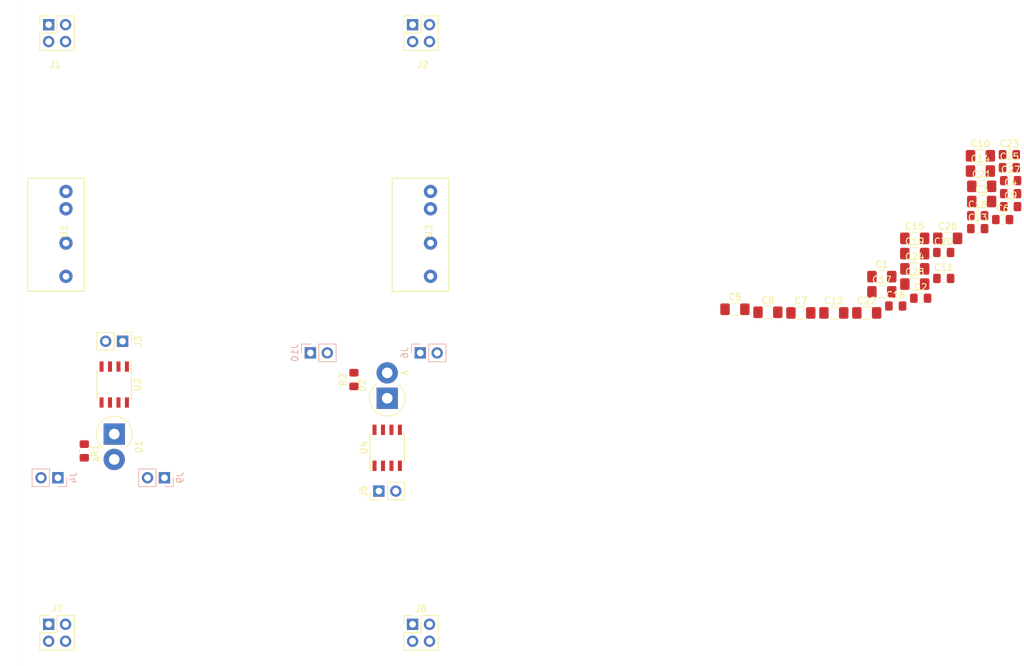
<source format=kicad_pcb>
(kicad_pcb (version 20171130) (host pcbnew 5.0.2-bee76a0~70~ubuntu18.04.1)

  (general
    (thickness 1.6)
    (drawings 12)
    (tracks 0)
    (zones 0)
    (modules 46)
    (nets 26)
  )

  (page A4)
  (layers
    (0 F.Cu signal)
    (31 B.Cu signal)
    (32 B.Adhes user)
    (33 F.Adhes user)
    (34 B.Paste user)
    (35 F.Paste user)
    (36 B.SilkS user)
    (37 F.SilkS user)
    (38 B.Mask user)
    (39 F.Mask user)
    (40 Dwgs.User user)
    (41 Cmts.User user)
    (42 Eco1.User user)
    (43 Eco2.User user)
    (44 Edge.Cuts user)
    (45 Margin user)
    (46 B.CrtYd user)
    (47 F.CrtYd user)
    (48 B.Fab user)
    (49 F.Fab user)
  )

  (setup
    (last_trace_width 2)
    (trace_clearance 0.2)
    (zone_clearance 0.508)
    (zone_45_only no)
    (trace_min 0.2)
    (segment_width 0.2)
    (edge_width 0.2)
    (via_size 0.8)
    (via_drill 0.4)
    (via_min_size 0.4)
    (via_min_drill 0.3)
    (uvia_size 0.3)
    (uvia_drill 0.1)
    (uvias_allowed no)
    (uvia_min_size 0.2)
    (uvia_min_drill 0.1)
    (pcb_text_width 0.3)
    (pcb_text_size 1.5 1.5)
    (mod_edge_width 0.15)
    (mod_text_size 1 1)
    (mod_text_width 0.15)
    (pad_size 1.524 1.524)
    (pad_drill 0.762)
    (pad_to_mask_clearance 0.051)
    (solder_mask_min_width 0.25)
    (aux_axis_origin 0 0)
    (visible_elements FFFFFF7F)
    (pcbplotparams
      (layerselection 0x010fc_ffffffff)
      (usegerberextensions false)
      (usegerberattributes false)
      (usegerberadvancedattributes false)
      (creategerberjobfile false)
      (excludeedgelayer true)
      (linewidth 0.100000)
      (plotframeref false)
      (viasonmask false)
      (mode 1)
      (useauxorigin false)
      (hpglpennumber 1)
      (hpglpenspeed 20)
      (hpglpendiameter 15.000000)
      (psnegative false)
      (psa4output false)
      (plotreference true)
      (plotvalue true)
      (plotinvisibletext false)
      (padsonsilk false)
      (subtractmaskfromsilk false)
      (outputformat 1)
      (mirror false)
      (drillshape 1)
      (scaleselection 1)
      (outputdirectory ""))
  )

  (net 0 "")
  (net 1 /VH+_isol)
  (net 2 -BATT)
  (net 3 +BATT)
  (net 4 "Net-(D1-Pad1)")
  (net 5 "Net-(D1-Pad2)")
  (net 6 "Net-(D2-Pad2)")
  (net 7 "Net-(D2-Pad1)")
  (net 8 "Net-(J3-Pad2)")
  (net 9 "Net-(J3-Pad1)")
  (net 10 "Net-(J5-Pad1)")
  (net 11 "Net-(J5-Pad2)")
  (net 12 "Net-(J7-Pad4)")
  (net 13 "Net-(J7-Pad3)")
  (net 14 "Net-(J7-Pad2)")
  (net 15 "Net-(J7-Pad1)")
  (net 16 "Net-(J8-Pad1)")
  (net 17 "Net-(J8-Pad2)")
  (net 18 "Net-(J8-Pad3)")
  (net 19 "Net-(J8-Pad4)")
  (net 20 "Net-(U2-Pad4)")
  (net 21 "Net-(U2-Pad1)")
  (net 22 "Net-(U4-Pad1)")
  (net 23 "Net-(U4-Pad4)")
  (net 24 /VL+_isol)
  (net 25 /VL-_isol)

  (net_class Default "This is the default net class."
    (clearance 0.2)
    (trace_width 2)
    (via_dia 0.8)
    (via_drill 0.4)
    (uvia_dia 0.3)
    (uvia_drill 0.1)
    (add_net +BATT)
    (add_net -BATT)
    (add_net /VH+_isol)
    (add_net /VL+_isol)
    (add_net /VL-_isol)
    (add_net "Net-(D1-Pad1)")
    (add_net "Net-(D1-Pad2)")
    (add_net "Net-(D2-Pad1)")
    (add_net "Net-(D2-Pad2)")
    (add_net "Net-(J3-Pad1)")
    (add_net "Net-(J3-Pad2)")
    (add_net "Net-(J5-Pad1)")
    (add_net "Net-(J5-Pad2)")
    (add_net "Net-(J7-Pad1)")
    (add_net "Net-(J7-Pad2)")
    (add_net "Net-(J7-Pad3)")
    (add_net "Net-(J7-Pad4)")
    (add_net "Net-(J8-Pad1)")
    (add_net "Net-(J8-Pad2)")
    (add_net "Net-(J8-Pad3)")
    (add_net "Net-(J8-Pad4)")
    (add_net "Net-(U2-Pad1)")
    (add_net "Net-(U2-Pad4)")
    (add_net "Net-(U4-Pad1)")
    (add_net "Net-(U4-Pad4)")
  )

  (module Capacitor_SMD:C_1206_3216Metric_Pad1.42x1.75mm_HandSolder (layer F.Cu) (tedit 5B301BBE) (tstamp 5CDBA6FB)
    (at 129.535001 41.545001)
    (descr "Capacitor SMD 1206 (3216 Metric), square (rectangular) end terminal, IPC_7351 nominal with elongated pad for handsoldering. (Body size source: http://www.tortai-tech.com/upload/download/2011102023233369053.pdf), generated with kicad-footprint-generator")
    (tags "capacitor handsolder")
    (path /5CC2AB1E)
    (attr smd)
    (fp_text reference C1 (at 0 -1.82) (layer F.SilkS)
      (effects (font (size 1 1) (thickness 0.15)))
    )
    (fp_text value 1n (at 0 1.82) (layer F.Fab)
      (effects (font (size 1 1) (thickness 0.15)))
    )
    (fp_text user %R (at 0 0) (layer F.Fab)
      (effects (font (size 0.8 0.8) (thickness 0.12)))
    )
    (fp_line (start 2.45 1.12) (end -2.45 1.12) (layer F.CrtYd) (width 0.05))
    (fp_line (start 2.45 -1.12) (end 2.45 1.12) (layer F.CrtYd) (width 0.05))
    (fp_line (start -2.45 -1.12) (end 2.45 -1.12) (layer F.CrtYd) (width 0.05))
    (fp_line (start -2.45 1.12) (end -2.45 -1.12) (layer F.CrtYd) (width 0.05))
    (fp_line (start -0.602064 0.91) (end 0.602064 0.91) (layer F.SilkS) (width 0.12))
    (fp_line (start -0.602064 -0.91) (end 0.602064 -0.91) (layer F.SilkS) (width 0.12))
    (fp_line (start 1.6 0.8) (end -1.6 0.8) (layer F.Fab) (width 0.1))
    (fp_line (start 1.6 -0.8) (end 1.6 0.8) (layer F.Fab) (width 0.1))
    (fp_line (start -1.6 -0.8) (end 1.6 -0.8) (layer F.Fab) (width 0.1))
    (fp_line (start -1.6 0.8) (end -1.6 -0.8) (layer F.Fab) (width 0.1))
    (pad 2 smd roundrect (at 1.4875 0) (size 1.425 1.75) (layers F.Cu F.Paste F.Mask) (roundrect_rratio 0.175439)
      (net 1 /VH+_isol))
    (pad 1 smd roundrect (at -1.4875 0) (size 1.425 1.75) (layers F.Cu F.Paste F.Mask) (roundrect_rratio 0.175439)
      (net 2 -BATT))
    (model ${KISYS3DMOD}/Capacitor_SMD.3dshapes/C_1206_3216Metric.wrl
      (at (xyz 0 0 0))
      (scale (xyz 1 1 1))
      (rotate (xyz 0 0 0))
    )
  )

  (module Capacitor_SMD:C_0805_2012Metric_Pad1.15x1.40mm_HandSolder (layer F.Cu) (tedit 5B36C52B) (tstamp 5CDBA70C)
    (at 135.375001 44.785001)
    (descr "Capacitor SMD 0805 (2012 Metric), square (rectangular) end terminal, IPC_7351 nominal with elongated pad for handsoldering. (Body size source: https://docs.google.com/spreadsheets/d/1BsfQQcO9C6DZCsRaXUlFlo91Tg2WpOkGARC1WS5S8t0/edit?usp=sharing), generated with kicad-footprint-generator")
    (tags "capacitor handsolder")
    (path /5CC2AB25)
    (attr smd)
    (fp_text reference C2 (at 0 -1.65) (layer F.SilkS)
      (effects (font (size 1 1) (thickness 0.15)))
    )
    (fp_text value 10n (at 0 1.65) (layer F.Fab)
      (effects (font (size 1 1) (thickness 0.15)))
    )
    (fp_line (start -1 0.6) (end -1 -0.6) (layer F.Fab) (width 0.1))
    (fp_line (start -1 -0.6) (end 1 -0.6) (layer F.Fab) (width 0.1))
    (fp_line (start 1 -0.6) (end 1 0.6) (layer F.Fab) (width 0.1))
    (fp_line (start 1 0.6) (end -1 0.6) (layer F.Fab) (width 0.1))
    (fp_line (start -0.261252 -0.71) (end 0.261252 -0.71) (layer F.SilkS) (width 0.12))
    (fp_line (start -0.261252 0.71) (end 0.261252 0.71) (layer F.SilkS) (width 0.12))
    (fp_line (start -1.85 0.95) (end -1.85 -0.95) (layer F.CrtYd) (width 0.05))
    (fp_line (start -1.85 -0.95) (end 1.85 -0.95) (layer F.CrtYd) (width 0.05))
    (fp_line (start 1.85 -0.95) (end 1.85 0.95) (layer F.CrtYd) (width 0.05))
    (fp_line (start 1.85 0.95) (end -1.85 0.95) (layer F.CrtYd) (width 0.05))
    (fp_text user %R (at 0 0) (layer F.Fab)
      (effects (font (size 0.5 0.5) (thickness 0.08)))
    )
    (pad 1 smd roundrect (at -1.025 0) (size 1.15 1.4) (layers F.Cu F.Paste F.Mask) (roundrect_rratio 0.217391)
      (net 2 -BATT))
    (pad 2 smd roundrect (at 1.025 0) (size 1.15 1.4) (layers F.Cu F.Paste F.Mask) (roundrect_rratio 0.217391)
      (net 1 /VH+_isol))
    (model ${KISYS3DMOD}/Capacitor_SMD.3dshapes/C_0805_2012Metric.wrl
      (at (xyz 0 0 0))
      (scale (xyz 1 1 1))
      (rotate (xyz 0 0 0))
    )
  )

  (module Capacitor_SMD:C_1206_3216Metric_Pad1.42x1.75mm_HandSolder (layer F.Cu) (tedit 5B301BBE) (tstamp 5CDBA71D)
    (at 144.535001 30.265001)
    (descr "Capacitor SMD 1206 (3216 Metric), square (rectangular) end terminal, IPC_7351 nominal with elongated pad for handsoldering. (Body size source: http://www.tortai-tech.com/upload/download/2011102023233369053.pdf), generated with kicad-footprint-generator")
    (tags "capacitor handsolder")
    (path /5CC2AB2C)
    (attr smd)
    (fp_text reference C3 (at 0 -1.82) (layer F.SilkS)
      (effects (font (size 1 1) (thickness 0.15)))
    )
    (fp_text value 100n (at 0 1.82) (layer F.Fab)
      (effects (font (size 1 1) (thickness 0.15)))
    )
    (fp_text user %R (at 0 0) (layer F.Fab)
      (effects (font (size 0.8 0.8) (thickness 0.12)))
    )
    (fp_line (start 2.45 1.12) (end -2.45 1.12) (layer F.CrtYd) (width 0.05))
    (fp_line (start 2.45 -1.12) (end 2.45 1.12) (layer F.CrtYd) (width 0.05))
    (fp_line (start -2.45 -1.12) (end 2.45 -1.12) (layer F.CrtYd) (width 0.05))
    (fp_line (start -2.45 1.12) (end -2.45 -1.12) (layer F.CrtYd) (width 0.05))
    (fp_line (start -0.602064 0.91) (end 0.602064 0.91) (layer F.SilkS) (width 0.12))
    (fp_line (start -0.602064 -0.91) (end 0.602064 -0.91) (layer F.SilkS) (width 0.12))
    (fp_line (start 1.6 0.8) (end -1.6 0.8) (layer F.Fab) (width 0.1))
    (fp_line (start 1.6 -0.8) (end 1.6 0.8) (layer F.Fab) (width 0.1))
    (fp_line (start -1.6 -0.8) (end 1.6 -0.8) (layer F.Fab) (width 0.1))
    (fp_line (start -1.6 0.8) (end -1.6 -0.8) (layer F.Fab) (width 0.1))
    (pad 2 smd roundrect (at 1.4875 0) (size 1.425 1.75) (layers F.Cu F.Paste F.Mask) (roundrect_rratio 0.175439)
      (net 1 /VH+_isol))
    (pad 1 smd roundrect (at -1.4875 0) (size 1.425 1.75) (layers F.Cu F.Paste F.Mask) (roundrect_rratio 0.175439)
      (net 2 -BATT))
    (model ${KISYS3DMOD}/Capacitor_SMD.3dshapes/C_1206_3216Metric.wrl
      (at (xyz 0 0 0))
      (scale (xyz 1 1 1))
      (rotate (xyz 0 0 0))
    )
  )

  (module Capacitor_SMD:C_0805_2012Metric_Pad1.15x1.40mm_HandSolder (layer F.Cu) (tedit 5B36C52B) (tstamp 5CDBA72E)
    (at 148.885001 29.075001)
    (descr "Capacitor SMD 0805 (2012 Metric), square (rectangular) end terminal, IPC_7351 nominal with elongated pad for handsoldering. (Body size source: https://docs.google.com/spreadsheets/d/1BsfQQcO9C6DZCsRaXUlFlo91Tg2WpOkGARC1WS5S8t0/edit?usp=sharing), generated with kicad-footprint-generator")
    (tags "capacitor handsolder")
    (path /5CC2AB33)
    (attr smd)
    (fp_text reference C4 (at 0 -1.65) (layer F.SilkS)
      (effects (font (size 1 1) (thickness 0.15)))
    )
    (fp_text value 1u (at 0 1.65) (layer F.Fab)
      (effects (font (size 1 1) (thickness 0.15)))
    )
    (fp_text user %R (at 0 0) (layer F.Fab)
      (effects (font (size 0.5 0.5) (thickness 0.08)))
    )
    (fp_line (start 1.85 0.95) (end -1.85 0.95) (layer F.CrtYd) (width 0.05))
    (fp_line (start 1.85 -0.95) (end 1.85 0.95) (layer F.CrtYd) (width 0.05))
    (fp_line (start -1.85 -0.95) (end 1.85 -0.95) (layer F.CrtYd) (width 0.05))
    (fp_line (start -1.85 0.95) (end -1.85 -0.95) (layer F.CrtYd) (width 0.05))
    (fp_line (start -0.261252 0.71) (end 0.261252 0.71) (layer F.SilkS) (width 0.12))
    (fp_line (start -0.261252 -0.71) (end 0.261252 -0.71) (layer F.SilkS) (width 0.12))
    (fp_line (start 1 0.6) (end -1 0.6) (layer F.Fab) (width 0.1))
    (fp_line (start 1 -0.6) (end 1 0.6) (layer F.Fab) (width 0.1))
    (fp_line (start -1 -0.6) (end 1 -0.6) (layer F.Fab) (width 0.1))
    (fp_line (start -1 0.6) (end -1 -0.6) (layer F.Fab) (width 0.1))
    (pad 2 smd roundrect (at 1.025 0) (size 1.15 1.4) (layers F.Cu F.Paste F.Mask) (roundrect_rratio 0.217391)
      (net 1 /VH+_isol))
    (pad 1 smd roundrect (at -1.025 0) (size 1.15 1.4) (layers F.Cu F.Paste F.Mask) (roundrect_rratio 0.217391)
      (net 2 -BATT))
    (model ${KISYS3DMOD}/Capacitor_SMD.3dshapes/C_0805_2012Metric.wrl
      (at (xyz 0 0 0))
      (scale (xyz 1 1 1))
      (rotate (xyz 0 0 0))
    )
  )

  (module Capacitor_SMD:C_1206_3216Metric_Pad1.42x1.75mm_HandSolder (layer F.Cu) (tedit 5B301BBE) (tstamp 5CDBA73F)
    (at 107.475001 46.445001)
    (descr "Capacitor SMD 1206 (3216 Metric), square (rectangular) end terminal, IPC_7351 nominal with elongated pad for handsoldering. (Body size source: http://www.tortai-tech.com/upload/download/2011102023233369053.pdf), generated with kicad-footprint-generator")
    (tags "capacitor handsolder")
    (path /5CC3E69E)
    (attr smd)
    (fp_text reference C5 (at 0 -1.82) (layer F.SilkS)
      (effects (font (size 1 1) (thickness 0.15)))
    )
    (fp_text value 10n (at 0 1.82) (layer F.Fab)
      (effects (font (size 1 1) (thickness 0.15)))
    )
    (fp_line (start -1.6 0.8) (end -1.6 -0.8) (layer F.Fab) (width 0.1))
    (fp_line (start -1.6 -0.8) (end 1.6 -0.8) (layer F.Fab) (width 0.1))
    (fp_line (start 1.6 -0.8) (end 1.6 0.8) (layer F.Fab) (width 0.1))
    (fp_line (start 1.6 0.8) (end -1.6 0.8) (layer F.Fab) (width 0.1))
    (fp_line (start -0.602064 -0.91) (end 0.602064 -0.91) (layer F.SilkS) (width 0.12))
    (fp_line (start -0.602064 0.91) (end 0.602064 0.91) (layer F.SilkS) (width 0.12))
    (fp_line (start -2.45 1.12) (end -2.45 -1.12) (layer F.CrtYd) (width 0.05))
    (fp_line (start -2.45 -1.12) (end 2.45 -1.12) (layer F.CrtYd) (width 0.05))
    (fp_line (start 2.45 -1.12) (end 2.45 1.12) (layer F.CrtYd) (width 0.05))
    (fp_line (start 2.45 1.12) (end -2.45 1.12) (layer F.CrtYd) (width 0.05))
    (fp_text user %R (at 0 0) (layer F.Fab)
      (effects (font (size 0.8 0.8) (thickness 0.12)))
    )
    (pad 1 smd roundrect (at -1.4875 0) (size 1.425 1.75) (layers F.Cu F.Paste F.Mask) (roundrect_rratio 0.175439)
      (net 2 -BATT))
    (pad 2 smd roundrect (at 1.4875 0) (size 1.425 1.75) (layers F.Cu F.Paste F.Mask) (roundrect_rratio 0.175439)
      (net 1 /VH+_isol))
    (model ${KISYS3DMOD}/Capacitor_SMD.3dshapes/C_1206_3216Metric.wrl
      (at (xyz 0 0 0))
      (scale (xyz 1 1 1))
      (rotate (xyz 0 0 0))
    )
  )

  (module Capacitor_SMD:C_0805_2012Metric_Pad1.15x1.40mm_HandSolder (layer F.Cu) (tedit 5B36C52B) (tstamp 5CDBA750)
    (at 147.685001 32.975001)
    (descr "Capacitor SMD 0805 (2012 Metric), square (rectangular) end terminal, IPC_7351 nominal with elongated pad for handsoldering. (Body size source: https://docs.google.com/spreadsheets/d/1BsfQQcO9C6DZCsRaXUlFlo91Tg2WpOkGARC1WS5S8t0/edit?usp=sharing), generated with kicad-footprint-generator")
    (tags "capacitor handsolder")
    (path /5CC3E6A5)
    (attr smd)
    (fp_text reference C6 (at 0 -1.65) (layer F.SilkS)
      (effects (font (size 1 1) (thickness 0.15)))
    )
    (fp_text value 100n (at 0 1.65) (layer F.Fab)
      (effects (font (size 1 1) (thickness 0.15)))
    )
    (fp_text user %R (at 0 0) (layer F.Fab)
      (effects (font (size 0.5 0.5) (thickness 0.08)))
    )
    (fp_line (start 1.85 0.95) (end -1.85 0.95) (layer F.CrtYd) (width 0.05))
    (fp_line (start 1.85 -0.95) (end 1.85 0.95) (layer F.CrtYd) (width 0.05))
    (fp_line (start -1.85 -0.95) (end 1.85 -0.95) (layer F.CrtYd) (width 0.05))
    (fp_line (start -1.85 0.95) (end -1.85 -0.95) (layer F.CrtYd) (width 0.05))
    (fp_line (start -0.261252 0.71) (end 0.261252 0.71) (layer F.SilkS) (width 0.12))
    (fp_line (start -0.261252 -0.71) (end 0.261252 -0.71) (layer F.SilkS) (width 0.12))
    (fp_line (start 1 0.6) (end -1 0.6) (layer F.Fab) (width 0.1))
    (fp_line (start 1 -0.6) (end 1 0.6) (layer F.Fab) (width 0.1))
    (fp_line (start -1 -0.6) (end 1 -0.6) (layer F.Fab) (width 0.1))
    (fp_line (start -1 0.6) (end -1 -0.6) (layer F.Fab) (width 0.1))
    (pad 2 smd roundrect (at 1.025 0) (size 1.15 1.4) (layers F.Cu F.Paste F.Mask) (roundrect_rratio 0.217391)
      (net 1 /VH+_isol))
    (pad 1 smd roundrect (at -1.025 0) (size 1.15 1.4) (layers F.Cu F.Paste F.Mask) (roundrect_rratio 0.217391)
      (net 2 -BATT))
    (model ${KISYS3DMOD}/Capacitor_SMD.3dshapes/C_0805_2012Metric.wrl
      (at (xyz 0 0 0))
      (scale (xyz 1 1 1))
      (rotate (xyz 0 0 0))
    )
  )

  (module Capacitor_SMD:C_1206_3216Metric_Pad1.42x1.75mm_HandSolder (layer F.Cu) (tedit 5B301BBE) (tstamp 5CDBA761)
    (at 117.375001 46.995001)
    (descr "Capacitor SMD 1206 (3216 Metric), square (rectangular) end terminal, IPC_7351 nominal with elongated pad for handsoldering. (Body size source: http://www.tortai-tech.com/upload/download/2011102023233369053.pdf), generated with kicad-footprint-generator")
    (tags "capacitor handsolder")
    (path /5CC3E6AC)
    (attr smd)
    (fp_text reference C7 (at 0 -1.82) (layer F.SilkS)
      (effects (font (size 1 1) (thickness 0.15)))
    )
    (fp_text value 1u (at 0 1.82) (layer F.Fab)
      (effects (font (size 1 1) (thickness 0.15)))
    )
    (fp_line (start -1.6 0.8) (end -1.6 -0.8) (layer F.Fab) (width 0.1))
    (fp_line (start -1.6 -0.8) (end 1.6 -0.8) (layer F.Fab) (width 0.1))
    (fp_line (start 1.6 -0.8) (end 1.6 0.8) (layer F.Fab) (width 0.1))
    (fp_line (start 1.6 0.8) (end -1.6 0.8) (layer F.Fab) (width 0.1))
    (fp_line (start -0.602064 -0.91) (end 0.602064 -0.91) (layer F.SilkS) (width 0.12))
    (fp_line (start -0.602064 0.91) (end 0.602064 0.91) (layer F.SilkS) (width 0.12))
    (fp_line (start -2.45 1.12) (end -2.45 -1.12) (layer F.CrtYd) (width 0.05))
    (fp_line (start -2.45 -1.12) (end 2.45 -1.12) (layer F.CrtYd) (width 0.05))
    (fp_line (start 2.45 -1.12) (end 2.45 1.12) (layer F.CrtYd) (width 0.05))
    (fp_line (start 2.45 1.12) (end -2.45 1.12) (layer F.CrtYd) (width 0.05))
    (fp_text user %R (at 0 0) (layer F.Fab)
      (effects (font (size 0.8 0.8) (thickness 0.12)))
    )
    (pad 1 smd roundrect (at -1.4875 0) (size 1.425 1.75) (layers F.Cu F.Paste F.Mask) (roundrect_rratio 0.175439)
      (net 2 -BATT))
    (pad 2 smd roundrect (at 1.4875 0) (size 1.425 1.75) (layers F.Cu F.Paste F.Mask) (roundrect_rratio 0.175439)
      (net 1 /VH+_isol))
    (model ${KISYS3DMOD}/Capacitor_SMD.3dshapes/C_1206_3216Metric.wrl
      (at (xyz 0 0 0))
      (scale (xyz 1 1 1))
      (rotate (xyz 0 0 0))
    )
  )

  (module Capacitor_SMD:C_1206_3216Metric_Pad1.42x1.75mm_HandSolder (layer F.Cu) (tedit 5B301BBE) (tstamp 5CDBA772)
    (at 112.425001 46.895001)
    (descr "Capacitor SMD 1206 (3216 Metric), square (rectangular) end terminal, IPC_7351 nominal with elongated pad for handsoldering. (Body size source: http://www.tortai-tech.com/upload/download/2011102023233369053.pdf), generated with kicad-footprint-generator")
    (tags "capacitor handsolder")
    (path /5CC1DE1B)
    (attr smd)
    (fp_text reference C8 (at 0 -1.82) (layer F.SilkS)
      (effects (font (size 1 1) (thickness 0.15)))
    )
    (fp_text value 1n (at 0 1.82) (layer F.Fab)
      (effects (font (size 1 1) (thickness 0.15)))
    )
    (fp_line (start -1.6 0.8) (end -1.6 -0.8) (layer F.Fab) (width 0.1))
    (fp_line (start -1.6 -0.8) (end 1.6 -0.8) (layer F.Fab) (width 0.1))
    (fp_line (start 1.6 -0.8) (end 1.6 0.8) (layer F.Fab) (width 0.1))
    (fp_line (start 1.6 0.8) (end -1.6 0.8) (layer F.Fab) (width 0.1))
    (fp_line (start -0.602064 -0.91) (end 0.602064 -0.91) (layer F.SilkS) (width 0.12))
    (fp_line (start -0.602064 0.91) (end 0.602064 0.91) (layer F.SilkS) (width 0.12))
    (fp_line (start -2.45 1.12) (end -2.45 -1.12) (layer F.CrtYd) (width 0.05))
    (fp_line (start -2.45 -1.12) (end 2.45 -1.12) (layer F.CrtYd) (width 0.05))
    (fp_line (start 2.45 -1.12) (end 2.45 1.12) (layer F.CrtYd) (width 0.05))
    (fp_line (start 2.45 1.12) (end -2.45 1.12) (layer F.CrtYd) (width 0.05))
    (fp_text user %R (at 0 0) (layer F.Fab)
      (effects (font (size 0.8 0.8) (thickness 0.12)))
    )
    (pad 1 smd roundrect (at -1.4875 0) (size 1.425 1.75) (layers F.Cu F.Paste F.Mask) (roundrect_rratio 0.175439)
      (net 2 -BATT))
    (pad 2 smd roundrect (at 1.4875 0) (size 1.425 1.75) (layers F.Cu F.Paste F.Mask) (roundrect_rratio 0.175439)
      (net 3 +BATT))
    (model ${KISYS3DMOD}/Capacitor_SMD.3dshapes/C_1206_3216Metric.wrl
      (at (xyz 0 0 0))
      (scale (xyz 1 1 1))
      (rotate (xyz 0 0 0))
    )
  )

  (module Capacitor_SMD:C_0805_2012Metric_Pad1.15x1.40mm_HandSolder (layer F.Cu) (tedit 5B36C52B) (tstamp 5CDBA783)
    (at 148.885001 31.025001)
    (descr "Capacitor SMD 0805 (2012 Metric), square (rectangular) end terminal, IPC_7351 nominal with elongated pad for handsoldering. (Body size source: https://docs.google.com/spreadsheets/d/1BsfQQcO9C6DZCsRaXUlFlo91Tg2WpOkGARC1WS5S8t0/edit?usp=sharing), generated with kicad-footprint-generator")
    (tags "capacitor handsolder")
    (path /5CC1DE22)
    (attr smd)
    (fp_text reference C9 (at 0 -1.65) (layer F.SilkS)
      (effects (font (size 1 1) (thickness 0.15)))
    )
    (fp_text value 10n (at 0 1.65) (layer F.Fab)
      (effects (font (size 1 1) (thickness 0.15)))
    )
    (fp_line (start -1 0.6) (end -1 -0.6) (layer F.Fab) (width 0.1))
    (fp_line (start -1 -0.6) (end 1 -0.6) (layer F.Fab) (width 0.1))
    (fp_line (start 1 -0.6) (end 1 0.6) (layer F.Fab) (width 0.1))
    (fp_line (start 1 0.6) (end -1 0.6) (layer F.Fab) (width 0.1))
    (fp_line (start -0.261252 -0.71) (end 0.261252 -0.71) (layer F.SilkS) (width 0.12))
    (fp_line (start -0.261252 0.71) (end 0.261252 0.71) (layer F.SilkS) (width 0.12))
    (fp_line (start -1.85 0.95) (end -1.85 -0.95) (layer F.CrtYd) (width 0.05))
    (fp_line (start -1.85 -0.95) (end 1.85 -0.95) (layer F.CrtYd) (width 0.05))
    (fp_line (start 1.85 -0.95) (end 1.85 0.95) (layer F.CrtYd) (width 0.05))
    (fp_line (start 1.85 0.95) (end -1.85 0.95) (layer F.CrtYd) (width 0.05))
    (fp_text user %R (at 0 0) (layer F.Fab)
      (effects (font (size 0.5 0.5) (thickness 0.08)))
    )
    (pad 1 smd roundrect (at -1.025 0) (size 1.15 1.4) (layers F.Cu F.Paste F.Mask) (roundrect_rratio 0.217391)
      (net 2 -BATT))
    (pad 2 smd roundrect (at 1.025 0) (size 1.15 1.4) (layers F.Cu F.Paste F.Mask) (roundrect_rratio 0.217391)
      (net 3 +BATT))
    (model ${KISYS3DMOD}/Capacitor_SMD.3dshapes/C_0805_2012Metric.wrl
      (at (xyz 0 0 0))
      (scale (xyz 1 1 1))
      (rotate (xyz 0 0 0))
    )
  )

  (module Capacitor_SMD:C_1206_3216Metric_Pad1.42x1.75mm_HandSolder (layer F.Cu) (tedit 5B301BBE) (tstamp 5CDBA794)
    (at 144.345001 23.395001)
    (descr "Capacitor SMD 1206 (3216 Metric), square (rectangular) end terminal, IPC_7351 nominal with elongated pad for handsoldering. (Body size source: http://www.tortai-tech.com/upload/download/2011102023233369053.pdf), generated with kicad-footprint-generator")
    (tags "capacitor handsolder")
    (path /5CC1DE29)
    (attr smd)
    (fp_text reference C10 (at 0 -1.82) (layer F.SilkS)
      (effects (font (size 1 1) (thickness 0.15)))
    )
    (fp_text value 100n (at 0 1.82) (layer F.Fab)
      (effects (font (size 1 1) (thickness 0.15)))
    )
    (fp_text user %R (at 0 0) (layer F.Fab)
      (effects (font (size 0.8 0.8) (thickness 0.12)))
    )
    (fp_line (start 2.45 1.12) (end -2.45 1.12) (layer F.CrtYd) (width 0.05))
    (fp_line (start 2.45 -1.12) (end 2.45 1.12) (layer F.CrtYd) (width 0.05))
    (fp_line (start -2.45 -1.12) (end 2.45 -1.12) (layer F.CrtYd) (width 0.05))
    (fp_line (start -2.45 1.12) (end -2.45 -1.12) (layer F.CrtYd) (width 0.05))
    (fp_line (start -0.602064 0.91) (end 0.602064 0.91) (layer F.SilkS) (width 0.12))
    (fp_line (start -0.602064 -0.91) (end 0.602064 -0.91) (layer F.SilkS) (width 0.12))
    (fp_line (start 1.6 0.8) (end -1.6 0.8) (layer F.Fab) (width 0.1))
    (fp_line (start 1.6 -0.8) (end 1.6 0.8) (layer F.Fab) (width 0.1))
    (fp_line (start -1.6 -0.8) (end 1.6 -0.8) (layer F.Fab) (width 0.1))
    (fp_line (start -1.6 0.8) (end -1.6 -0.8) (layer F.Fab) (width 0.1))
    (pad 2 smd roundrect (at 1.4875 0) (size 1.425 1.75) (layers F.Cu F.Paste F.Mask) (roundrect_rratio 0.175439)
      (net 3 +BATT))
    (pad 1 smd roundrect (at -1.4875 0) (size 1.425 1.75) (layers F.Cu F.Paste F.Mask) (roundrect_rratio 0.175439)
      (net 2 -BATT))
    (model ${KISYS3DMOD}/Capacitor_SMD.3dshapes/C_1206_3216Metric.wrl
      (at (xyz 0 0 0))
      (scale (xyz 1 1 1))
      (rotate (xyz 0 0 0))
    )
  )

  (module Capacitor_SMD:C_0805_2012Metric_Pad1.15x1.40mm_HandSolder (layer F.Cu) (tedit 5B36C52B) (tstamp 5CDBA7A5)
    (at 138.835001 41.815001)
    (descr "Capacitor SMD 0805 (2012 Metric), square (rectangular) end terminal, IPC_7351 nominal with elongated pad for handsoldering. (Body size source: https://docs.google.com/spreadsheets/d/1BsfQQcO9C6DZCsRaXUlFlo91Tg2WpOkGARC1WS5S8t0/edit?usp=sharing), generated with kicad-footprint-generator")
    (tags "capacitor handsolder")
    (path /5CC1DE30)
    (attr smd)
    (fp_text reference C11 (at 0 -1.65) (layer F.SilkS)
      (effects (font (size 1 1) (thickness 0.15)))
    )
    (fp_text value 1u (at 0 1.65) (layer F.Fab)
      (effects (font (size 1 1) (thickness 0.15)))
    )
    (fp_line (start -1 0.6) (end -1 -0.6) (layer F.Fab) (width 0.1))
    (fp_line (start -1 -0.6) (end 1 -0.6) (layer F.Fab) (width 0.1))
    (fp_line (start 1 -0.6) (end 1 0.6) (layer F.Fab) (width 0.1))
    (fp_line (start 1 0.6) (end -1 0.6) (layer F.Fab) (width 0.1))
    (fp_line (start -0.261252 -0.71) (end 0.261252 -0.71) (layer F.SilkS) (width 0.12))
    (fp_line (start -0.261252 0.71) (end 0.261252 0.71) (layer F.SilkS) (width 0.12))
    (fp_line (start -1.85 0.95) (end -1.85 -0.95) (layer F.CrtYd) (width 0.05))
    (fp_line (start -1.85 -0.95) (end 1.85 -0.95) (layer F.CrtYd) (width 0.05))
    (fp_line (start 1.85 -0.95) (end 1.85 0.95) (layer F.CrtYd) (width 0.05))
    (fp_line (start 1.85 0.95) (end -1.85 0.95) (layer F.CrtYd) (width 0.05))
    (fp_text user %R (at 0 0) (layer F.Fab)
      (effects (font (size 0.5 0.5) (thickness 0.08)))
    )
    (pad 1 smd roundrect (at -1.025 0) (size 1.15 1.4) (layers F.Cu F.Paste F.Mask) (roundrect_rratio 0.217391)
      (net 2 -BATT))
    (pad 2 smd roundrect (at 1.025 0) (size 1.15 1.4) (layers F.Cu F.Paste F.Mask) (roundrect_rratio 0.217391)
      (net 3 +BATT))
    (model ${KISYS3DMOD}/Capacitor_SMD.3dshapes/C_0805_2012Metric.wrl
      (at (xyz 0 0 0))
      (scale (xyz 1 1 1))
      (rotate (xyz 0 0 0))
    )
  )

  (module Capacitor_SMD:C_1206_3216Metric_Pad1.42x1.75mm_HandSolder (layer F.Cu) (tedit 5B301BBE) (tstamp 5CDBA7B6)
    (at 122.325001 46.995001)
    (descr "Capacitor SMD 1206 (3216 Metric), square (rectangular) end terminal, IPC_7351 nominal with elongated pad for handsoldering. (Body size source: http://www.tortai-tech.com/upload/download/2011102023233369053.pdf), generated with kicad-footprint-generator")
    (tags "capacitor handsolder")
    (path /5CC49A52)
    (attr smd)
    (fp_text reference C12 (at 0 -1.82) (layer F.SilkS)
      (effects (font (size 1 1) (thickness 0.15)))
    )
    (fp_text value 10n (at 0 1.82) (layer F.Fab)
      (effects (font (size 1 1) (thickness 0.15)))
    )
    (fp_text user %R (at 0 0) (layer F.Fab)
      (effects (font (size 0.8 0.8) (thickness 0.12)))
    )
    (fp_line (start 2.45 1.12) (end -2.45 1.12) (layer F.CrtYd) (width 0.05))
    (fp_line (start 2.45 -1.12) (end 2.45 1.12) (layer F.CrtYd) (width 0.05))
    (fp_line (start -2.45 -1.12) (end 2.45 -1.12) (layer F.CrtYd) (width 0.05))
    (fp_line (start -2.45 1.12) (end -2.45 -1.12) (layer F.CrtYd) (width 0.05))
    (fp_line (start -0.602064 0.91) (end 0.602064 0.91) (layer F.SilkS) (width 0.12))
    (fp_line (start -0.602064 -0.91) (end 0.602064 -0.91) (layer F.SilkS) (width 0.12))
    (fp_line (start 1.6 0.8) (end -1.6 0.8) (layer F.Fab) (width 0.1))
    (fp_line (start 1.6 -0.8) (end 1.6 0.8) (layer F.Fab) (width 0.1))
    (fp_line (start -1.6 -0.8) (end 1.6 -0.8) (layer F.Fab) (width 0.1))
    (fp_line (start -1.6 0.8) (end -1.6 -0.8) (layer F.Fab) (width 0.1))
    (pad 2 smd roundrect (at 1.4875 0) (size 1.425 1.75) (layers F.Cu F.Paste F.Mask) (roundrect_rratio 0.175439)
      (net 3 +BATT))
    (pad 1 smd roundrect (at -1.4875 0) (size 1.425 1.75) (layers F.Cu F.Paste F.Mask) (roundrect_rratio 0.175439)
      (net 2 -BATT))
    (model ${KISYS3DMOD}/Capacitor_SMD.3dshapes/C_1206_3216Metric.wrl
      (at (xyz 0 0 0))
      (scale (xyz 1 1 1))
      (rotate (xyz 0 0 0))
    )
  )

  (module Capacitor_SMD:C_0805_2012Metric_Pad1.15x1.40mm_HandSolder (layer F.Cu) (tedit 5B36C52B) (tstamp 5CDBA7C7)
    (at 143.935001 34.335001)
    (descr "Capacitor SMD 0805 (2012 Metric), square (rectangular) end terminal, IPC_7351 nominal with elongated pad for handsoldering. (Body size source: https://docs.google.com/spreadsheets/d/1BsfQQcO9C6DZCsRaXUlFlo91Tg2WpOkGARC1WS5S8t0/edit?usp=sharing), generated with kicad-footprint-generator")
    (tags "capacitor handsolder")
    (path /5CC49A59)
    (attr smd)
    (fp_text reference C13 (at 0 -1.65) (layer F.SilkS)
      (effects (font (size 1 1) (thickness 0.15)))
    )
    (fp_text value 100n (at 0 1.65) (layer F.Fab)
      (effects (font (size 1 1) (thickness 0.15)))
    )
    (fp_text user %R (at 0 0) (layer F.Fab)
      (effects (font (size 0.5 0.5) (thickness 0.08)))
    )
    (fp_line (start 1.85 0.95) (end -1.85 0.95) (layer F.CrtYd) (width 0.05))
    (fp_line (start 1.85 -0.95) (end 1.85 0.95) (layer F.CrtYd) (width 0.05))
    (fp_line (start -1.85 -0.95) (end 1.85 -0.95) (layer F.CrtYd) (width 0.05))
    (fp_line (start -1.85 0.95) (end -1.85 -0.95) (layer F.CrtYd) (width 0.05))
    (fp_line (start -0.261252 0.71) (end 0.261252 0.71) (layer F.SilkS) (width 0.12))
    (fp_line (start -0.261252 -0.71) (end 0.261252 -0.71) (layer F.SilkS) (width 0.12))
    (fp_line (start 1 0.6) (end -1 0.6) (layer F.Fab) (width 0.1))
    (fp_line (start 1 -0.6) (end 1 0.6) (layer F.Fab) (width 0.1))
    (fp_line (start -1 -0.6) (end 1 -0.6) (layer F.Fab) (width 0.1))
    (fp_line (start -1 0.6) (end -1 -0.6) (layer F.Fab) (width 0.1))
    (pad 2 smd roundrect (at 1.025 0) (size 1.15 1.4) (layers F.Cu F.Paste F.Mask) (roundrect_rratio 0.217391)
      (net 3 +BATT))
    (pad 1 smd roundrect (at -1.025 0) (size 1.15 1.4) (layers F.Cu F.Paste F.Mask) (roundrect_rratio 0.217391)
      (net 2 -BATT))
    (model ${KISYS3DMOD}/Capacitor_SMD.3dshapes/C_0805_2012Metric.wrl
      (at (xyz 0 0 0))
      (scale (xyz 1 1 1))
      (rotate (xyz 0 0 0))
    )
  )

  (module Capacitor_SMD:C_1206_3216Metric_Pad1.42x1.75mm_HandSolder (layer F.Cu) (tedit 5B301BBE) (tstamp 5CDBA7D8)
    (at 144.345001 25.685001)
    (descr "Capacitor SMD 1206 (3216 Metric), square (rectangular) end terminal, IPC_7351 nominal with elongated pad for handsoldering. (Body size source: http://www.tortai-tech.com/upload/download/2011102023233369053.pdf), generated with kicad-footprint-generator")
    (tags "capacitor handsolder")
    (path /5CC49A60)
    (attr smd)
    (fp_text reference C14 (at 0 -1.82) (layer F.SilkS)
      (effects (font (size 1 1) (thickness 0.15)))
    )
    (fp_text value 1u (at 0 1.82) (layer F.Fab)
      (effects (font (size 1 1) (thickness 0.15)))
    )
    (fp_line (start -1.6 0.8) (end -1.6 -0.8) (layer F.Fab) (width 0.1))
    (fp_line (start -1.6 -0.8) (end 1.6 -0.8) (layer F.Fab) (width 0.1))
    (fp_line (start 1.6 -0.8) (end 1.6 0.8) (layer F.Fab) (width 0.1))
    (fp_line (start 1.6 0.8) (end -1.6 0.8) (layer F.Fab) (width 0.1))
    (fp_line (start -0.602064 -0.91) (end 0.602064 -0.91) (layer F.SilkS) (width 0.12))
    (fp_line (start -0.602064 0.91) (end 0.602064 0.91) (layer F.SilkS) (width 0.12))
    (fp_line (start -2.45 1.12) (end -2.45 -1.12) (layer F.CrtYd) (width 0.05))
    (fp_line (start -2.45 -1.12) (end 2.45 -1.12) (layer F.CrtYd) (width 0.05))
    (fp_line (start 2.45 -1.12) (end 2.45 1.12) (layer F.CrtYd) (width 0.05))
    (fp_line (start 2.45 1.12) (end -2.45 1.12) (layer F.CrtYd) (width 0.05))
    (fp_text user %R (at 0 0) (layer F.Fab)
      (effects (font (size 0.8 0.8) (thickness 0.12)))
    )
    (pad 1 smd roundrect (at -1.4875 0) (size 1.425 1.75) (layers F.Cu F.Paste F.Mask) (roundrect_rratio 0.175439)
      (net 2 -BATT))
    (pad 2 smd roundrect (at 1.4875 0) (size 1.425 1.75) (layers F.Cu F.Paste F.Mask) (roundrect_rratio 0.175439)
      (net 3 +BATT))
    (model ${KISYS3DMOD}/Capacitor_SMD.3dshapes/C_1206_3216Metric.wrl
      (at (xyz 0 0 0))
      (scale (xyz 1 1 1))
      (rotate (xyz 0 0 0))
    )
  )

  (module Capacitor_SMD:C_1206_3216Metric_Pad1.42x1.75mm_HandSolder (layer F.Cu) (tedit 5B301BBE) (tstamp 5CDBA7E9)
    (at 134.475001 35.795001)
    (descr "Capacitor SMD 1206 (3216 Metric), square (rectangular) end terminal, IPC_7351 nominal with elongated pad for handsoldering. (Body size source: http://www.tortai-tech.com/upload/download/2011102023233369053.pdf), generated with kicad-footprint-generator")
    (tags "capacitor handsolder")
    (path /5CC700EE)
    (attr smd)
    (fp_text reference C15 (at 0 -1.82) (layer F.SilkS)
      (effects (font (size 1 1) (thickness 0.15)))
    )
    (fp_text value 1n (at 0 1.82) (layer F.Fab)
      (effects (font (size 1 1) (thickness 0.15)))
    )
    (fp_line (start -1.6 0.8) (end -1.6 -0.8) (layer F.Fab) (width 0.1))
    (fp_line (start -1.6 -0.8) (end 1.6 -0.8) (layer F.Fab) (width 0.1))
    (fp_line (start 1.6 -0.8) (end 1.6 0.8) (layer F.Fab) (width 0.1))
    (fp_line (start 1.6 0.8) (end -1.6 0.8) (layer F.Fab) (width 0.1))
    (fp_line (start -0.602064 -0.91) (end 0.602064 -0.91) (layer F.SilkS) (width 0.12))
    (fp_line (start -0.602064 0.91) (end 0.602064 0.91) (layer F.SilkS) (width 0.12))
    (fp_line (start -2.45 1.12) (end -2.45 -1.12) (layer F.CrtYd) (width 0.05))
    (fp_line (start -2.45 -1.12) (end 2.45 -1.12) (layer F.CrtYd) (width 0.05))
    (fp_line (start 2.45 -1.12) (end 2.45 1.12) (layer F.CrtYd) (width 0.05))
    (fp_line (start 2.45 1.12) (end -2.45 1.12) (layer F.CrtYd) (width 0.05))
    (fp_text user %R (at 0 0) (layer F.Fab)
      (effects (font (size 0.8 0.8) (thickness 0.12)))
    )
    (pad 1 smd roundrect (at -1.4875 0) (size 1.425 1.75) (layers F.Cu F.Paste F.Mask) (roundrect_rratio 0.175439)
      (net 2 -BATT))
    (pad 2 smd roundrect (at 1.4875 0) (size 1.425 1.75) (layers F.Cu F.Paste F.Mask) (roundrect_rratio 0.175439)
      (net 24 /VL+_isol))
    (model ${KISYS3DMOD}/Capacitor_SMD.3dshapes/C_1206_3216Metric.wrl
      (at (xyz 0 0 0))
      (scale (xyz 1 1 1))
      (rotate (xyz 0 0 0))
    )
  )

  (module Capacitor_SMD:C_0805_2012Metric_Pad1.15x1.40mm_HandSolder (layer F.Cu) (tedit 5B36C52B) (tstamp 5CDBA7FA)
    (at 131.625001 45.955001)
    (descr "Capacitor SMD 0805 (2012 Metric), square (rectangular) end terminal, IPC_7351 nominal with elongated pad for handsoldering. (Body size source: https://docs.google.com/spreadsheets/d/1BsfQQcO9C6DZCsRaXUlFlo91Tg2WpOkGARC1WS5S8t0/edit?usp=sharing), generated with kicad-footprint-generator")
    (tags "capacitor handsolder")
    (path /5CC700F5)
    (attr smd)
    (fp_text reference C16 (at 0 -1.65) (layer F.SilkS)
      (effects (font (size 1 1) (thickness 0.15)))
    )
    (fp_text value 10n (at 0 1.65) (layer F.Fab)
      (effects (font (size 1 1) (thickness 0.15)))
    )
    (fp_line (start -1 0.6) (end -1 -0.6) (layer F.Fab) (width 0.1))
    (fp_line (start -1 -0.6) (end 1 -0.6) (layer F.Fab) (width 0.1))
    (fp_line (start 1 -0.6) (end 1 0.6) (layer F.Fab) (width 0.1))
    (fp_line (start 1 0.6) (end -1 0.6) (layer F.Fab) (width 0.1))
    (fp_line (start -0.261252 -0.71) (end 0.261252 -0.71) (layer F.SilkS) (width 0.12))
    (fp_line (start -0.261252 0.71) (end 0.261252 0.71) (layer F.SilkS) (width 0.12))
    (fp_line (start -1.85 0.95) (end -1.85 -0.95) (layer F.CrtYd) (width 0.05))
    (fp_line (start -1.85 -0.95) (end 1.85 -0.95) (layer F.CrtYd) (width 0.05))
    (fp_line (start 1.85 -0.95) (end 1.85 0.95) (layer F.CrtYd) (width 0.05))
    (fp_line (start 1.85 0.95) (end -1.85 0.95) (layer F.CrtYd) (width 0.05))
    (fp_text user %R (at 0 0) (layer F.Fab)
      (effects (font (size 0.5 0.5) (thickness 0.08)))
    )
    (pad 1 smd roundrect (at -1.025 0) (size 1.15 1.4) (layers F.Cu F.Paste F.Mask) (roundrect_rratio 0.217391)
      (net 2 -BATT))
    (pad 2 smd roundrect (at 1.025 0) (size 1.15 1.4) (layers F.Cu F.Paste F.Mask) (roundrect_rratio 0.217391)
      (net 24 /VL+_isol))
    (model ${KISYS3DMOD}/Capacitor_SMD.3dshapes/C_0805_2012Metric.wrl
      (at (xyz 0 0 0))
      (scale (xyz 1 1 1))
      (rotate (xyz 0 0 0))
    )
  )

  (module Capacitor_SMD:C_1206_3216Metric_Pad1.42x1.75mm_HandSolder (layer F.Cu) (tedit 5B301BBE) (tstamp 5CDBA80B)
    (at 129.535001 43.835001)
    (descr "Capacitor SMD 1206 (3216 Metric), square (rectangular) end terminal, IPC_7351 nominal with elongated pad for handsoldering. (Body size source: http://www.tortai-tech.com/upload/download/2011102023233369053.pdf), generated with kicad-footprint-generator")
    (tags "capacitor handsolder")
    (path /5CC700FC)
    (attr smd)
    (fp_text reference C17 (at 0 -1.82) (layer F.SilkS)
      (effects (font (size 1 1) (thickness 0.15)))
    )
    (fp_text value 100n (at 0 1.82) (layer F.Fab)
      (effects (font (size 1 1) (thickness 0.15)))
    )
    (fp_text user %R (at 0 0) (layer F.Fab)
      (effects (font (size 0.8 0.8) (thickness 0.12)))
    )
    (fp_line (start 2.45 1.12) (end -2.45 1.12) (layer F.CrtYd) (width 0.05))
    (fp_line (start 2.45 -1.12) (end 2.45 1.12) (layer F.CrtYd) (width 0.05))
    (fp_line (start -2.45 -1.12) (end 2.45 -1.12) (layer F.CrtYd) (width 0.05))
    (fp_line (start -2.45 1.12) (end -2.45 -1.12) (layer F.CrtYd) (width 0.05))
    (fp_line (start -0.602064 0.91) (end 0.602064 0.91) (layer F.SilkS) (width 0.12))
    (fp_line (start -0.602064 -0.91) (end 0.602064 -0.91) (layer F.SilkS) (width 0.12))
    (fp_line (start 1.6 0.8) (end -1.6 0.8) (layer F.Fab) (width 0.1))
    (fp_line (start 1.6 -0.8) (end 1.6 0.8) (layer F.Fab) (width 0.1))
    (fp_line (start -1.6 -0.8) (end 1.6 -0.8) (layer F.Fab) (width 0.1))
    (fp_line (start -1.6 0.8) (end -1.6 -0.8) (layer F.Fab) (width 0.1))
    (pad 2 smd roundrect (at 1.4875 0) (size 1.425 1.75) (layers F.Cu F.Paste F.Mask) (roundrect_rratio 0.175439)
      (net 24 /VL+_isol))
    (pad 1 smd roundrect (at -1.4875 0) (size 1.425 1.75) (layers F.Cu F.Paste F.Mask) (roundrect_rratio 0.175439)
      (net 2 -BATT))
    (model ${KISYS3DMOD}/Capacitor_SMD.3dshapes/C_1206_3216Metric.wrl
      (at (xyz 0 0 0))
      (scale (xyz 1 1 1))
      (rotate (xyz 0 0 0))
    )
  )

  (module Capacitor_SMD:C_0805_2012Metric_Pad1.15x1.40mm_HandSolder (layer F.Cu) (tedit 5B36C52B) (tstamp 5CDBA81C)
    (at 143.935001 32.385001)
    (descr "Capacitor SMD 0805 (2012 Metric), square (rectangular) end terminal, IPC_7351 nominal with elongated pad for handsoldering. (Body size source: https://docs.google.com/spreadsheets/d/1BsfQQcO9C6DZCsRaXUlFlo91Tg2WpOkGARC1WS5S8t0/edit?usp=sharing), generated with kicad-footprint-generator")
    (tags "capacitor handsolder")
    (path /5CC70103)
    (attr smd)
    (fp_text reference C18 (at 0 -1.65) (layer F.SilkS)
      (effects (font (size 1 1) (thickness 0.15)))
    )
    (fp_text value 1u (at 0 1.65) (layer F.Fab)
      (effects (font (size 1 1) (thickness 0.15)))
    )
    (fp_text user %R (at 0 0) (layer F.Fab)
      (effects (font (size 0.5 0.5) (thickness 0.08)))
    )
    (fp_line (start 1.85 0.95) (end -1.85 0.95) (layer F.CrtYd) (width 0.05))
    (fp_line (start 1.85 -0.95) (end 1.85 0.95) (layer F.CrtYd) (width 0.05))
    (fp_line (start -1.85 -0.95) (end 1.85 -0.95) (layer F.CrtYd) (width 0.05))
    (fp_line (start -1.85 0.95) (end -1.85 -0.95) (layer F.CrtYd) (width 0.05))
    (fp_line (start -0.261252 0.71) (end 0.261252 0.71) (layer F.SilkS) (width 0.12))
    (fp_line (start -0.261252 -0.71) (end 0.261252 -0.71) (layer F.SilkS) (width 0.12))
    (fp_line (start 1 0.6) (end -1 0.6) (layer F.Fab) (width 0.1))
    (fp_line (start 1 -0.6) (end 1 0.6) (layer F.Fab) (width 0.1))
    (fp_line (start -1 -0.6) (end 1 -0.6) (layer F.Fab) (width 0.1))
    (fp_line (start -1 0.6) (end -1 -0.6) (layer F.Fab) (width 0.1))
    (pad 2 smd roundrect (at 1.025 0) (size 1.15 1.4) (layers F.Cu F.Paste F.Mask) (roundrect_rratio 0.217391)
      (net 24 /VL+_isol))
    (pad 1 smd roundrect (at -1.025 0) (size 1.15 1.4) (layers F.Cu F.Paste F.Mask) (roundrect_rratio 0.217391)
      (net 2 -BATT))
    (model ${KISYS3DMOD}/Capacitor_SMD.3dshapes/C_0805_2012Metric.wrl
      (at (xyz 0 0 0))
      (scale (xyz 1 1 1))
      (rotate (xyz 0 0 0))
    )
  )

  (module Capacitor_SMD:C_1206_3216Metric_Pad1.42x1.75mm_HandSolder (layer F.Cu) (tedit 5B301BBE) (tstamp 5CDBA82D)
    (at 134.475001 38.085001)
    (descr "Capacitor SMD 1206 (3216 Metric), square (rectangular) end terminal, IPC_7351 nominal with elongated pad for handsoldering. (Body size source: http://www.tortai-tech.com/upload/download/2011102023233369053.pdf), generated with kicad-footprint-generator")
    (tags "capacitor handsolder")
    (path /5CC70123)
    (attr smd)
    (fp_text reference C19 (at 0 -1.82) (layer F.SilkS)
      (effects (font (size 1 1) (thickness 0.15)))
    )
    (fp_text value 10n (at 0 1.82) (layer F.Fab)
      (effects (font (size 1 1) (thickness 0.15)))
    )
    (fp_line (start -1.6 0.8) (end -1.6 -0.8) (layer F.Fab) (width 0.1))
    (fp_line (start -1.6 -0.8) (end 1.6 -0.8) (layer F.Fab) (width 0.1))
    (fp_line (start 1.6 -0.8) (end 1.6 0.8) (layer F.Fab) (width 0.1))
    (fp_line (start 1.6 0.8) (end -1.6 0.8) (layer F.Fab) (width 0.1))
    (fp_line (start -0.602064 -0.91) (end 0.602064 -0.91) (layer F.SilkS) (width 0.12))
    (fp_line (start -0.602064 0.91) (end 0.602064 0.91) (layer F.SilkS) (width 0.12))
    (fp_line (start -2.45 1.12) (end -2.45 -1.12) (layer F.CrtYd) (width 0.05))
    (fp_line (start -2.45 -1.12) (end 2.45 -1.12) (layer F.CrtYd) (width 0.05))
    (fp_line (start 2.45 -1.12) (end 2.45 1.12) (layer F.CrtYd) (width 0.05))
    (fp_line (start 2.45 1.12) (end -2.45 1.12) (layer F.CrtYd) (width 0.05))
    (fp_text user %R (at 0 0) (layer F.Fab)
      (effects (font (size 0.8 0.8) (thickness 0.12)))
    )
    (pad 1 smd roundrect (at -1.4875 0) (size 1.425 1.75) (layers F.Cu F.Paste F.Mask) (roundrect_rratio 0.175439)
      (net 2 -BATT))
    (pad 2 smd roundrect (at 1.4875 0) (size 1.425 1.75) (layers F.Cu F.Paste F.Mask) (roundrect_rratio 0.175439)
      (net 24 /VL+_isol))
    (model ${KISYS3DMOD}/Capacitor_SMD.3dshapes/C_1206_3216Metric.wrl
      (at (xyz 0 0 0))
      (scale (xyz 1 1 1))
      (rotate (xyz 0 0 0))
    )
  )

  (module Capacitor_SMD:C_0805_2012Metric_Pad1.15x1.40mm_HandSolder (layer F.Cu) (tedit 5B36C52B) (tstamp 5CDBA83E)
    (at 138.825001 37.915001)
    (descr "Capacitor SMD 0805 (2012 Metric), square (rectangular) end terminal, IPC_7351 nominal with elongated pad for handsoldering. (Body size source: https://docs.google.com/spreadsheets/d/1BsfQQcO9C6DZCsRaXUlFlo91Tg2WpOkGARC1WS5S8t0/edit?usp=sharing), generated with kicad-footprint-generator")
    (tags "capacitor handsolder")
    (path /5CC7012A)
    (attr smd)
    (fp_text reference C20 (at 0 -1.65) (layer F.SilkS)
      (effects (font (size 1 1) (thickness 0.15)))
    )
    (fp_text value 100n (at 0 1.65) (layer F.Fab)
      (effects (font (size 1 1) (thickness 0.15)))
    )
    (fp_text user %R (at 0 0) (layer F.Fab)
      (effects (font (size 0.5 0.5) (thickness 0.08)))
    )
    (fp_line (start 1.85 0.95) (end -1.85 0.95) (layer F.CrtYd) (width 0.05))
    (fp_line (start 1.85 -0.95) (end 1.85 0.95) (layer F.CrtYd) (width 0.05))
    (fp_line (start -1.85 -0.95) (end 1.85 -0.95) (layer F.CrtYd) (width 0.05))
    (fp_line (start -1.85 0.95) (end -1.85 -0.95) (layer F.CrtYd) (width 0.05))
    (fp_line (start -0.261252 0.71) (end 0.261252 0.71) (layer F.SilkS) (width 0.12))
    (fp_line (start -0.261252 -0.71) (end 0.261252 -0.71) (layer F.SilkS) (width 0.12))
    (fp_line (start 1 0.6) (end -1 0.6) (layer F.Fab) (width 0.1))
    (fp_line (start 1 -0.6) (end 1 0.6) (layer F.Fab) (width 0.1))
    (fp_line (start -1 -0.6) (end 1 -0.6) (layer F.Fab) (width 0.1))
    (fp_line (start -1 0.6) (end -1 -0.6) (layer F.Fab) (width 0.1))
    (pad 2 smd roundrect (at 1.025 0) (size 1.15 1.4) (layers F.Cu F.Paste F.Mask) (roundrect_rratio 0.217391)
      (net 24 /VL+_isol))
    (pad 1 smd roundrect (at -1.025 0) (size 1.15 1.4) (layers F.Cu F.Paste F.Mask) (roundrect_rratio 0.217391)
      (net 2 -BATT))
    (model ${KISYS3DMOD}/Capacitor_SMD.3dshapes/C_0805_2012Metric.wrl
      (at (xyz 0 0 0))
      (scale (xyz 1 1 1))
      (rotate (xyz 0 0 0))
    )
  )

  (module Capacitor_SMD:C_1206_3216Metric_Pad1.42x1.75mm_HandSolder (layer F.Cu) (tedit 5B301BBE) (tstamp 5CDBA84F)
    (at 144.535001 27.975001)
    (descr "Capacitor SMD 1206 (3216 Metric), square (rectangular) end terminal, IPC_7351 nominal with elongated pad for handsoldering. (Body size source: http://www.tortai-tech.com/upload/download/2011102023233369053.pdf), generated with kicad-footprint-generator")
    (tags "capacitor handsolder")
    (path /5CC70131)
    (attr smd)
    (fp_text reference C21 (at 0 -1.82) (layer F.SilkS)
      (effects (font (size 1 1) (thickness 0.15)))
    )
    (fp_text value 1u (at 0 1.82) (layer F.Fab)
      (effects (font (size 1 1) (thickness 0.15)))
    )
    (fp_text user %R (at 0 0) (layer F.Fab)
      (effects (font (size 0.8 0.8) (thickness 0.12)))
    )
    (fp_line (start 2.45 1.12) (end -2.45 1.12) (layer F.CrtYd) (width 0.05))
    (fp_line (start 2.45 -1.12) (end 2.45 1.12) (layer F.CrtYd) (width 0.05))
    (fp_line (start -2.45 -1.12) (end 2.45 -1.12) (layer F.CrtYd) (width 0.05))
    (fp_line (start -2.45 1.12) (end -2.45 -1.12) (layer F.CrtYd) (width 0.05))
    (fp_line (start -0.602064 0.91) (end 0.602064 0.91) (layer F.SilkS) (width 0.12))
    (fp_line (start -0.602064 -0.91) (end 0.602064 -0.91) (layer F.SilkS) (width 0.12))
    (fp_line (start 1.6 0.8) (end -1.6 0.8) (layer F.Fab) (width 0.1))
    (fp_line (start 1.6 -0.8) (end 1.6 0.8) (layer F.Fab) (width 0.1))
    (fp_line (start -1.6 -0.8) (end 1.6 -0.8) (layer F.Fab) (width 0.1))
    (fp_line (start -1.6 0.8) (end -1.6 -0.8) (layer F.Fab) (width 0.1))
    (pad 2 smd roundrect (at 1.4875 0) (size 1.425 1.75) (layers F.Cu F.Paste F.Mask) (roundrect_rratio 0.175439)
      (net 24 /VL+_isol))
    (pad 1 smd roundrect (at -1.4875 0) (size 1.425 1.75) (layers F.Cu F.Paste F.Mask) (roundrect_rratio 0.175439)
      (net 2 -BATT))
    (model ${KISYS3DMOD}/Capacitor_SMD.3dshapes/C_1206_3216Metric.wrl
      (at (xyz 0 0 0))
      (scale (xyz 1 1 1))
      (rotate (xyz 0 0 0))
    )
  )

  (module Capacitor_SMD:C_1206_3216Metric_Pad1.42x1.75mm_HandSolder (layer F.Cu) (tedit 5B301BBE) (tstamp 5CDBA860)
    (at 127.275001 46.995001)
    (descr "Capacitor SMD 1206 (3216 Metric), square (rectangular) end terminal, IPC_7351 nominal with elongated pad for handsoldering. (Body size source: http://www.tortai-tech.com/upload/download/2011102023233369053.pdf), generated with kicad-footprint-generator")
    (tags "capacitor handsolder")
    (path /5CC70094)
    (attr smd)
    (fp_text reference C22 (at 0 -1.82) (layer F.SilkS)
      (effects (font (size 1 1) (thickness 0.15)))
    )
    (fp_text value 1n (at 0 1.82) (layer F.Fab)
      (effects (font (size 1 1) (thickness 0.15)))
    )
    (fp_line (start -1.6 0.8) (end -1.6 -0.8) (layer F.Fab) (width 0.1))
    (fp_line (start -1.6 -0.8) (end 1.6 -0.8) (layer F.Fab) (width 0.1))
    (fp_line (start 1.6 -0.8) (end 1.6 0.8) (layer F.Fab) (width 0.1))
    (fp_line (start 1.6 0.8) (end -1.6 0.8) (layer F.Fab) (width 0.1))
    (fp_line (start -0.602064 -0.91) (end 0.602064 -0.91) (layer F.SilkS) (width 0.12))
    (fp_line (start -0.602064 0.91) (end 0.602064 0.91) (layer F.SilkS) (width 0.12))
    (fp_line (start -2.45 1.12) (end -2.45 -1.12) (layer F.CrtYd) (width 0.05))
    (fp_line (start -2.45 -1.12) (end 2.45 -1.12) (layer F.CrtYd) (width 0.05))
    (fp_line (start 2.45 -1.12) (end 2.45 1.12) (layer F.CrtYd) (width 0.05))
    (fp_line (start 2.45 1.12) (end -2.45 1.12) (layer F.CrtYd) (width 0.05))
    (fp_text user %R (at 0 0) (layer F.Fab)
      (effects (font (size 0.8 0.8) (thickness 0.12)))
    )
    (pad 1 smd roundrect (at -1.4875 0) (size 1.425 1.75) (layers F.Cu F.Paste F.Mask) (roundrect_rratio 0.175439)
      (net 2 -BATT))
    (pad 2 smd roundrect (at 1.4875 0) (size 1.425 1.75) (layers F.Cu F.Paste F.Mask) (roundrect_rratio 0.175439)
      (net 3 +BATT))
    (model ${KISYS3DMOD}/Capacitor_SMD.3dshapes/C_1206_3216Metric.wrl
      (at (xyz 0 0 0))
      (scale (xyz 1 1 1))
      (rotate (xyz 0 0 0))
    )
  )

  (module Capacitor_SMD:C_0805_2012Metric_Pad1.15x1.40mm_HandSolder (layer F.Cu) (tedit 5B36C52B) (tstamp 5CDBA871)
    (at 148.695001 23.225001)
    (descr "Capacitor SMD 0805 (2012 Metric), square (rectangular) end terminal, IPC_7351 nominal with elongated pad for handsoldering. (Body size source: https://docs.google.com/spreadsheets/d/1BsfQQcO9C6DZCsRaXUlFlo91Tg2WpOkGARC1WS5S8t0/edit?usp=sharing), generated with kicad-footprint-generator")
    (tags "capacitor handsolder")
    (path /5CC7009B)
    (attr smd)
    (fp_text reference C23 (at 0 -1.65) (layer F.SilkS)
      (effects (font (size 1 1) (thickness 0.15)))
    )
    (fp_text value 10n (at 0 1.65) (layer F.Fab)
      (effects (font (size 1 1) (thickness 0.15)))
    )
    (fp_line (start -1 0.6) (end -1 -0.6) (layer F.Fab) (width 0.1))
    (fp_line (start -1 -0.6) (end 1 -0.6) (layer F.Fab) (width 0.1))
    (fp_line (start 1 -0.6) (end 1 0.6) (layer F.Fab) (width 0.1))
    (fp_line (start 1 0.6) (end -1 0.6) (layer F.Fab) (width 0.1))
    (fp_line (start -0.261252 -0.71) (end 0.261252 -0.71) (layer F.SilkS) (width 0.12))
    (fp_line (start -0.261252 0.71) (end 0.261252 0.71) (layer F.SilkS) (width 0.12))
    (fp_line (start -1.85 0.95) (end -1.85 -0.95) (layer F.CrtYd) (width 0.05))
    (fp_line (start -1.85 -0.95) (end 1.85 -0.95) (layer F.CrtYd) (width 0.05))
    (fp_line (start 1.85 -0.95) (end 1.85 0.95) (layer F.CrtYd) (width 0.05))
    (fp_line (start 1.85 0.95) (end -1.85 0.95) (layer F.CrtYd) (width 0.05))
    (fp_text user %R (at 0 0) (layer F.Fab)
      (effects (font (size 0.5 0.5) (thickness 0.08)))
    )
    (pad 1 smd roundrect (at -1.025 0) (size 1.15 1.4) (layers F.Cu F.Paste F.Mask) (roundrect_rratio 0.217391)
      (net 2 -BATT))
    (pad 2 smd roundrect (at 1.025 0) (size 1.15 1.4) (layers F.Cu F.Paste F.Mask) (roundrect_rratio 0.217391)
      (net 3 +BATT))
    (model ${KISYS3DMOD}/Capacitor_SMD.3dshapes/C_0805_2012Metric.wrl
      (at (xyz 0 0 0))
      (scale (xyz 1 1 1))
      (rotate (xyz 0 0 0))
    )
  )

  (module Capacitor_SMD:C_1206_3216Metric_Pad1.42x1.75mm_HandSolder (layer F.Cu) (tedit 5B301BBE) (tstamp 5CDBA882)
    (at 134.485001 40.375001)
    (descr "Capacitor SMD 1206 (3216 Metric), square (rectangular) end terminal, IPC_7351 nominal with elongated pad for handsoldering. (Body size source: http://www.tortai-tech.com/upload/download/2011102023233369053.pdf), generated with kicad-footprint-generator")
    (tags "capacitor handsolder")
    (path /5CC700A2)
    (attr smd)
    (fp_text reference C24 (at 0 -1.82) (layer F.SilkS)
      (effects (font (size 1 1) (thickness 0.15)))
    )
    (fp_text value 100n (at 0 1.82) (layer F.Fab)
      (effects (font (size 1 1) (thickness 0.15)))
    )
    (fp_text user %R (at 0 0) (layer F.Fab)
      (effects (font (size 0.8 0.8) (thickness 0.12)))
    )
    (fp_line (start 2.45 1.12) (end -2.45 1.12) (layer F.CrtYd) (width 0.05))
    (fp_line (start 2.45 -1.12) (end 2.45 1.12) (layer F.CrtYd) (width 0.05))
    (fp_line (start -2.45 -1.12) (end 2.45 -1.12) (layer F.CrtYd) (width 0.05))
    (fp_line (start -2.45 1.12) (end -2.45 -1.12) (layer F.CrtYd) (width 0.05))
    (fp_line (start -0.602064 0.91) (end 0.602064 0.91) (layer F.SilkS) (width 0.12))
    (fp_line (start -0.602064 -0.91) (end 0.602064 -0.91) (layer F.SilkS) (width 0.12))
    (fp_line (start 1.6 0.8) (end -1.6 0.8) (layer F.Fab) (width 0.1))
    (fp_line (start 1.6 -0.8) (end 1.6 0.8) (layer F.Fab) (width 0.1))
    (fp_line (start -1.6 -0.8) (end 1.6 -0.8) (layer F.Fab) (width 0.1))
    (fp_line (start -1.6 0.8) (end -1.6 -0.8) (layer F.Fab) (width 0.1))
    (pad 2 smd roundrect (at 1.4875 0) (size 1.425 1.75) (layers F.Cu F.Paste F.Mask) (roundrect_rratio 0.175439)
      (net 3 +BATT))
    (pad 1 smd roundrect (at -1.4875 0) (size 1.425 1.75) (layers F.Cu F.Paste F.Mask) (roundrect_rratio 0.175439)
      (net 2 -BATT))
    (model ${KISYS3DMOD}/Capacitor_SMD.3dshapes/C_1206_3216Metric.wrl
      (at (xyz 0 0 0))
      (scale (xyz 1 1 1))
      (rotate (xyz 0 0 0))
    )
  )

  (module Capacitor_SMD:C_0805_2012Metric_Pad1.15x1.40mm_HandSolder (layer F.Cu) (tedit 5B36C52B) (tstamp 5CDBA893)
    (at 148.695001 25.175001)
    (descr "Capacitor SMD 0805 (2012 Metric), square (rectangular) end terminal, IPC_7351 nominal with elongated pad for handsoldering. (Body size source: https://docs.google.com/spreadsheets/d/1BsfQQcO9C6DZCsRaXUlFlo91Tg2WpOkGARC1WS5S8t0/edit?usp=sharing), generated with kicad-footprint-generator")
    (tags "capacitor handsolder")
    (path /5CC700A9)
    (attr smd)
    (fp_text reference C25 (at 0 -1.65) (layer F.SilkS)
      (effects (font (size 1 1) (thickness 0.15)))
    )
    (fp_text value 1u (at 0 1.65) (layer F.Fab)
      (effects (font (size 1 1) (thickness 0.15)))
    )
    (fp_line (start -1 0.6) (end -1 -0.6) (layer F.Fab) (width 0.1))
    (fp_line (start -1 -0.6) (end 1 -0.6) (layer F.Fab) (width 0.1))
    (fp_line (start 1 -0.6) (end 1 0.6) (layer F.Fab) (width 0.1))
    (fp_line (start 1 0.6) (end -1 0.6) (layer F.Fab) (width 0.1))
    (fp_line (start -0.261252 -0.71) (end 0.261252 -0.71) (layer F.SilkS) (width 0.12))
    (fp_line (start -0.261252 0.71) (end 0.261252 0.71) (layer F.SilkS) (width 0.12))
    (fp_line (start -1.85 0.95) (end -1.85 -0.95) (layer F.CrtYd) (width 0.05))
    (fp_line (start -1.85 -0.95) (end 1.85 -0.95) (layer F.CrtYd) (width 0.05))
    (fp_line (start 1.85 -0.95) (end 1.85 0.95) (layer F.CrtYd) (width 0.05))
    (fp_line (start 1.85 0.95) (end -1.85 0.95) (layer F.CrtYd) (width 0.05))
    (fp_text user %R (at 0 0) (layer F.Fab)
      (effects (font (size 0.5 0.5) (thickness 0.08)))
    )
    (pad 1 smd roundrect (at -1.025 0) (size 1.15 1.4) (layers F.Cu F.Paste F.Mask) (roundrect_rratio 0.217391)
      (net 2 -BATT))
    (pad 2 smd roundrect (at 1.025 0) (size 1.15 1.4) (layers F.Cu F.Paste F.Mask) (roundrect_rratio 0.217391)
      (net 3 +BATT))
    (model ${KISYS3DMOD}/Capacitor_SMD.3dshapes/C_0805_2012Metric.wrl
      (at (xyz 0 0 0))
      (scale (xyz 1 1 1))
      (rotate (xyz 0 0 0))
    )
  )

  (module Capacitor_SMD:C_1206_3216Metric_Pad1.42x1.75mm_HandSolder (layer F.Cu) (tedit 5B301BBE) (tstamp 5CDBA8A4)
    (at 139.425001 35.795001)
    (descr "Capacitor SMD 1206 (3216 Metric), square (rectangular) end terminal, IPC_7351 nominal with elongated pad for handsoldering. (Body size source: http://www.tortai-tech.com/upload/download/2011102023233369053.pdf), generated with kicad-footprint-generator")
    (tags "capacitor handsolder")
    (path /5CC70145)
    (attr smd)
    (fp_text reference C26 (at 0 -1.82) (layer F.SilkS)
      (effects (font (size 1 1) (thickness 0.15)))
    )
    (fp_text value 10n (at 0 1.82) (layer F.Fab)
      (effects (font (size 1 1) (thickness 0.15)))
    )
    (fp_line (start -1.6 0.8) (end -1.6 -0.8) (layer F.Fab) (width 0.1))
    (fp_line (start -1.6 -0.8) (end 1.6 -0.8) (layer F.Fab) (width 0.1))
    (fp_line (start 1.6 -0.8) (end 1.6 0.8) (layer F.Fab) (width 0.1))
    (fp_line (start 1.6 0.8) (end -1.6 0.8) (layer F.Fab) (width 0.1))
    (fp_line (start -0.602064 -0.91) (end 0.602064 -0.91) (layer F.SilkS) (width 0.12))
    (fp_line (start -0.602064 0.91) (end 0.602064 0.91) (layer F.SilkS) (width 0.12))
    (fp_line (start -2.45 1.12) (end -2.45 -1.12) (layer F.CrtYd) (width 0.05))
    (fp_line (start -2.45 -1.12) (end 2.45 -1.12) (layer F.CrtYd) (width 0.05))
    (fp_line (start 2.45 -1.12) (end 2.45 1.12) (layer F.CrtYd) (width 0.05))
    (fp_line (start 2.45 1.12) (end -2.45 1.12) (layer F.CrtYd) (width 0.05))
    (fp_text user %R (at 0 0) (layer F.Fab)
      (effects (font (size 0.8 0.8) (thickness 0.12)))
    )
    (pad 1 smd roundrect (at -1.4875 0) (size 1.425 1.75) (layers F.Cu F.Paste F.Mask) (roundrect_rratio 0.175439)
      (net 2 -BATT))
    (pad 2 smd roundrect (at 1.4875 0) (size 1.425 1.75) (layers F.Cu F.Paste F.Mask) (roundrect_rratio 0.175439)
      (net 3 +BATT))
    (model ${KISYS3DMOD}/Capacitor_SMD.3dshapes/C_1206_3216Metric.wrl
      (at (xyz 0 0 0))
      (scale (xyz 1 1 1))
      (rotate (xyz 0 0 0))
    )
  )

  (module Capacitor_SMD:C_0805_2012Metric_Pad1.15x1.40mm_HandSolder (layer F.Cu) (tedit 5B36C52B) (tstamp 5CDBA8B5)
    (at 148.885001 27.125001)
    (descr "Capacitor SMD 0805 (2012 Metric), square (rectangular) end terminal, IPC_7351 nominal with elongated pad for handsoldering. (Body size source: https://docs.google.com/spreadsheets/d/1BsfQQcO9C6DZCsRaXUlFlo91Tg2WpOkGARC1WS5S8t0/edit?usp=sharing), generated with kicad-footprint-generator")
    (tags "capacitor handsolder")
    (path /5CC7014C)
    (attr smd)
    (fp_text reference C27 (at 0 -1.65) (layer F.SilkS)
      (effects (font (size 1 1) (thickness 0.15)))
    )
    (fp_text value 100n (at 0 1.65) (layer F.Fab)
      (effects (font (size 1 1) (thickness 0.15)))
    )
    (fp_text user %R (at 0 0) (layer F.Fab)
      (effects (font (size 0.5 0.5) (thickness 0.08)))
    )
    (fp_line (start 1.85 0.95) (end -1.85 0.95) (layer F.CrtYd) (width 0.05))
    (fp_line (start 1.85 -0.95) (end 1.85 0.95) (layer F.CrtYd) (width 0.05))
    (fp_line (start -1.85 -0.95) (end 1.85 -0.95) (layer F.CrtYd) (width 0.05))
    (fp_line (start -1.85 0.95) (end -1.85 -0.95) (layer F.CrtYd) (width 0.05))
    (fp_line (start -0.261252 0.71) (end 0.261252 0.71) (layer F.SilkS) (width 0.12))
    (fp_line (start -0.261252 -0.71) (end 0.261252 -0.71) (layer F.SilkS) (width 0.12))
    (fp_line (start 1 0.6) (end -1 0.6) (layer F.Fab) (width 0.1))
    (fp_line (start 1 -0.6) (end 1 0.6) (layer F.Fab) (width 0.1))
    (fp_line (start -1 -0.6) (end 1 -0.6) (layer F.Fab) (width 0.1))
    (fp_line (start -1 0.6) (end -1 -0.6) (layer F.Fab) (width 0.1))
    (pad 2 smd roundrect (at 1.025 0) (size 1.15 1.4) (layers F.Cu F.Paste F.Mask) (roundrect_rratio 0.217391)
      (net 3 +BATT))
    (pad 1 smd roundrect (at -1.025 0) (size 1.15 1.4) (layers F.Cu F.Paste F.Mask) (roundrect_rratio 0.217391)
      (net 2 -BATT))
    (model ${KISYS3DMOD}/Capacitor_SMD.3dshapes/C_0805_2012Metric.wrl
      (at (xyz 0 0 0))
      (scale (xyz 1 1 1))
      (rotate (xyz 0 0 0))
    )
  )

  (module Capacitor_SMD:C_1206_3216Metric_Pad1.42x1.75mm_HandSolder (layer F.Cu) (tedit 5B301BBE) (tstamp 5CDBA8C6)
    (at 134.485001 42.665001)
    (descr "Capacitor SMD 1206 (3216 Metric), square (rectangular) end terminal, IPC_7351 nominal with elongated pad for handsoldering. (Body size source: http://www.tortai-tech.com/upload/download/2011102023233369053.pdf), generated with kicad-footprint-generator")
    (tags "capacitor handsolder")
    (path /5CC70153)
    (attr smd)
    (fp_text reference C28 (at 0 -1.82) (layer F.SilkS)
      (effects (font (size 1 1) (thickness 0.15)))
    )
    (fp_text value 1u (at 0 1.82) (layer F.Fab)
      (effects (font (size 1 1) (thickness 0.15)))
    )
    (fp_text user %R (at 0 0) (layer F.Fab)
      (effects (font (size 0.8 0.8) (thickness 0.12)))
    )
    (fp_line (start 2.45 1.12) (end -2.45 1.12) (layer F.CrtYd) (width 0.05))
    (fp_line (start 2.45 -1.12) (end 2.45 1.12) (layer F.CrtYd) (width 0.05))
    (fp_line (start -2.45 -1.12) (end 2.45 -1.12) (layer F.CrtYd) (width 0.05))
    (fp_line (start -2.45 1.12) (end -2.45 -1.12) (layer F.CrtYd) (width 0.05))
    (fp_line (start -0.602064 0.91) (end 0.602064 0.91) (layer F.SilkS) (width 0.12))
    (fp_line (start -0.602064 -0.91) (end 0.602064 -0.91) (layer F.SilkS) (width 0.12))
    (fp_line (start 1.6 0.8) (end -1.6 0.8) (layer F.Fab) (width 0.1))
    (fp_line (start 1.6 -0.8) (end 1.6 0.8) (layer F.Fab) (width 0.1))
    (fp_line (start -1.6 -0.8) (end 1.6 -0.8) (layer F.Fab) (width 0.1))
    (fp_line (start -1.6 0.8) (end -1.6 -0.8) (layer F.Fab) (width 0.1))
    (pad 2 smd roundrect (at 1.4875 0) (size 1.425 1.75) (layers F.Cu F.Paste F.Mask) (roundrect_rratio 0.175439)
      (net 3 +BATT))
    (pad 1 smd roundrect (at -1.4875 0) (size 1.425 1.75) (layers F.Cu F.Paste F.Mask) (roundrect_rratio 0.175439)
      (net 2 -BATT))
    (model ${KISYS3DMOD}/Capacitor_SMD.3dshapes/C_1206_3216Metric.wrl
      (at (xyz 0 0 0))
      (scale (xyz 1 1 1))
      (rotate (xyz 0 0 0))
    )
  )

  (module Diode_THT:D_DO-201AD_P3.81mm_Vertical_AnodeUp (layer F.Cu) (tedit 5B526DD5) (tstamp 5CDBA8D6)
    (at 14.25 65.19 270)
    (descr "Diode, DO-201AD series, Axial, Vertical, pin pitch=3.81mm, , length*diameter=9.5*5.2mm^2, , http://www.diodes.com/_files/packages/DO-201AD.pdf")
    (tags "Diode DO-201AD series Axial Vertical pin pitch 3.81mm  length 9.5mm diameter 5.2mm")
    (path /5CC1B56B)
    (fp_text reference D1 (at 1.905 -3.72 270) (layer F.SilkS)
      (effects (font (size 1 1) (thickness 0.15)))
    )
    (fp_text value D_Schottky (at 1.905 5.0535 270) (layer F.Fab)
      (effects (font (size 1 1) (thickness 0.15)))
    )
    (fp_arc (start 0 0) (end 2.154716 -1.6) (angle -284.776236) (layer F.SilkS) (width 0.12))
    (fp_circle (center 0 0) (end 2.6 0) (layer F.Fab) (width 0.1))
    (fp_line (start 0 0) (end 3.81 0) (layer F.Fab) (width 0.1))
    (fp_line (start -2.85 -2.85) (end -2.85 2.85) (layer F.CrtYd) (width 0.05))
    (fp_line (start -2.85 2.85) (end 5.66 2.85) (layer F.CrtYd) (width 0.05))
    (fp_line (start 5.66 2.85) (end 5.66 -2.85) (layer F.CrtYd) (width 0.05))
    (fp_line (start 5.66 -2.85) (end -2.85 -2.85) (layer F.CrtYd) (width 0.05))
    (fp_text user %R (at 1.905 -3.72 270) (layer F.Fab)
      (effects (font (size 1 1) (thickness 0.15)))
    )
    (fp_text user A (at 3.81 2.6 270) (layer F.Fab)
      (effects (font (size 1 1) (thickness 0.15)))
    )
    (fp_text user A (at 3.81 2.6 270) (layer F.SilkS)
      (effects (font (size 1 1) (thickness 0.15)))
    )
    (pad 1 thru_hole rect (at 0 0 270) (size 3.2 3.2) (drill 1.6) (layers *.Cu *.Mask)
      (net 4 "Net-(D1-Pad1)"))
    (pad 2 thru_hole oval (at 3.81 0 270) (size 3.2 3.2) (drill 1.6) (layers *.Cu *.Mask)
      (net 5 "Net-(D1-Pad2)"))
    (model ${KISYS3DMOD}/Diode_THT.3dshapes/D_DO-201AD_P3.81mm_Vertical_AnodeUp.wrl
      (at (xyz 0 0 0))
      (scale (xyz 1 1 1))
      (rotate (xyz 0 0 0))
    )
  )

  (module Diode_THT:D_DO-201AD_P3.81mm_Vertical_AnodeUp (layer F.Cu) (tedit 5B526DD5) (tstamp 5CDBA8E6)
    (at 55.25 59.81 90)
    (descr "Diode, DO-201AD series, Axial, Vertical, pin pitch=3.81mm, , length*diameter=9.5*5.2mm^2, , http://www.diodes.com/_files/packages/DO-201AD.pdf")
    (tags "Diode DO-201AD series Axial Vertical pin pitch 3.81mm  length 9.5mm diameter 5.2mm")
    (path /5CC7007F)
    (fp_text reference D2 (at 1.905 -3.72 90) (layer F.SilkS)
      (effects (font (size 1 1) (thickness 0.15)))
    )
    (fp_text value D_Schottky (at 1.905 5.0535 90) (layer F.Fab)
      (effects (font (size 1 1) (thickness 0.15)))
    )
    (fp_text user A (at 3.81 2.6 90) (layer F.SilkS)
      (effects (font (size 1 1) (thickness 0.15)))
    )
    (fp_text user A (at 3.81 2.6 90) (layer F.Fab)
      (effects (font (size 1 1) (thickness 0.15)))
    )
    (fp_text user %R (at 1.905 -3.72 90) (layer F.Fab)
      (effects (font (size 1 1) (thickness 0.15)))
    )
    (fp_line (start 5.66 -2.85) (end -2.85 -2.85) (layer F.CrtYd) (width 0.05))
    (fp_line (start 5.66 2.85) (end 5.66 -2.85) (layer F.CrtYd) (width 0.05))
    (fp_line (start -2.85 2.85) (end 5.66 2.85) (layer F.CrtYd) (width 0.05))
    (fp_line (start -2.85 -2.85) (end -2.85 2.85) (layer F.CrtYd) (width 0.05))
    (fp_line (start 0 0) (end 3.81 0) (layer F.Fab) (width 0.1))
    (fp_circle (center 0 0) (end 2.6 0) (layer F.Fab) (width 0.1))
    (fp_arc (start 0 0) (end 2.154716 -1.6) (angle -284.776236) (layer F.SilkS) (width 0.12))
    (pad 2 thru_hole oval (at 3.81 0 90) (size 3.2 3.2) (drill 1.6) (layers *.Cu *.Mask)
      (net 6 "Net-(D2-Pad2)"))
    (pad 1 thru_hole rect (at 0 0 90) (size 3.2 3.2) (drill 1.6) (layers *.Cu *.Mask)
      (net 7 "Net-(D2-Pad1)"))
    (model ${KISYS3DMOD}/Diode_THT.3dshapes/D_DO-201AD_P3.81mm_Vertical_AnodeUp.wrl
      (at (xyz 0 0 0))
      (scale (xyz 1 1 1))
      (rotate (xyz 0 0 0))
    )
  )

  (module Connector_PinHeader_2.54mm:PinHeader_2x02_P2.54mm_Vertical (layer F.Cu) (tedit 59FED5CC) (tstamp 5CDBA900)
    (at 4.4 3.7)
    (descr "Through hole straight pin header, 2x02, 2.54mm pitch, double rows")
    (tags "Through hole pin header THT 2x02 2.54mm double row")
    (path /5CC32700)
    (fp_text reference J1 (at 1 6) (layer F.SilkS)
      (effects (font (size 1 1) (thickness 0.15)))
    )
    (fp_text value Conn_02x02_Odd_Even (at 1.27 4.87) (layer F.Fab)
      (effects (font (size 1 1) (thickness 0.15)))
    )
    (fp_line (start 0 -1.27) (end 3.81 -1.27) (layer F.Fab) (width 0.1))
    (fp_line (start 3.81 -1.27) (end 3.81 3.81) (layer F.Fab) (width 0.1))
    (fp_line (start 3.81 3.81) (end -1.27 3.81) (layer F.Fab) (width 0.1))
    (fp_line (start -1.27 3.81) (end -1.27 0) (layer F.Fab) (width 0.1))
    (fp_line (start -1.27 0) (end 0 -1.27) (layer F.Fab) (width 0.1))
    (fp_line (start -1.33 3.87) (end 3.87 3.87) (layer F.SilkS) (width 0.12))
    (fp_line (start -1.33 1.27) (end -1.33 3.87) (layer F.SilkS) (width 0.12))
    (fp_line (start 3.87 -1.33) (end 3.87 3.87) (layer F.SilkS) (width 0.12))
    (fp_line (start -1.33 1.27) (end 1.27 1.27) (layer F.SilkS) (width 0.12))
    (fp_line (start 1.27 1.27) (end 1.27 -1.33) (layer F.SilkS) (width 0.12))
    (fp_line (start 1.27 -1.33) (end 3.87 -1.33) (layer F.SilkS) (width 0.12))
    (fp_line (start -1.33 0) (end -1.33 -1.33) (layer F.SilkS) (width 0.12))
    (fp_line (start -1.33 -1.33) (end 0 -1.33) (layer F.SilkS) (width 0.12))
    (fp_line (start -1.8 -1.8) (end -1.8 4.35) (layer F.CrtYd) (width 0.05))
    (fp_line (start -1.8 4.35) (end 4.35 4.35) (layer F.CrtYd) (width 0.05))
    (fp_line (start 4.35 4.35) (end 4.35 -1.8) (layer F.CrtYd) (width 0.05))
    (fp_line (start 4.35 -1.8) (end -1.8 -1.8) (layer F.CrtYd) (width 0.05))
    (fp_text user %R (at 1.27 1.27 90) (layer F.Fab)
      (effects (font (size 1 1) (thickness 0.15)))
    )
    (pad 1 thru_hole rect (at 0 0) (size 1.7 1.7) (drill 1) (layers *.Cu *.Mask)
      (net 3 +BATT))
    (pad 2 thru_hole oval (at 2.54 0) (size 1.7 1.7) (drill 1) (layers *.Cu *.Mask)
      (net 3 +BATT))
    (pad 3 thru_hole oval (at 0 2.54) (size 1.7 1.7) (drill 1) (layers *.Cu *.Mask)
      (net 3 +BATT))
    (pad 4 thru_hole oval (at 2.54 2.54) (size 1.7 1.7) (drill 1) (layers *.Cu *.Mask)
      (net 3 +BATT))
    (model ${KISYS3DMOD}/Connector_PinHeader_2.54mm.3dshapes/PinHeader_2x02_P2.54mm_Vertical.wrl
      (at (xyz 0 0 0))
      (scale (xyz 1 1 1))
      (rotate (xyz 0 0 0))
    )
  )

  (module Connector_PinHeader_2.54mm:PinHeader_2x02_P2.54mm_Vertical (layer F.Cu) (tedit 59FED5CC) (tstamp 5CDBA91A)
    (at 59.06 3.7)
    (descr "Through hole straight pin header, 2x02, 2.54mm pitch, double rows")
    (tags "Through hole pin header THT 2x02 2.54mm double row")
    (path /5CC3291D)
    (fp_text reference J2 (at 1.54 6) (layer F.SilkS)
      (effects (font (size 1 1) (thickness 0.15)))
    )
    (fp_text value Conn_02x02_Odd_Even (at 1.27 4.87) (layer F.Fab)
      (effects (font (size 1 1) (thickness 0.15)))
    )
    (fp_text user %R (at 1.27 1.27 90) (layer F.Fab)
      (effects (font (size 1 1) (thickness 0.15)))
    )
    (fp_line (start 4.35 -1.8) (end -1.8 -1.8) (layer F.CrtYd) (width 0.05))
    (fp_line (start 4.35 4.35) (end 4.35 -1.8) (layer F.CrtYd) (width 0.05))
    (fp_line (start -1.8 4.35) (end 4.35 4.35) (layer F.CrtYd) (width 0.05))
    (fp_line (start -1.8 -1.8) (end -1.8 4.35) (layer F.CrtYd) (width 0.05))
    (fp_line (start -1.33 -1.33) (end 0 -1.33) (layer F.SilkS) (width 0.12))
    (fp_line (start -1.33 0) (end -1.33 -1.33) (layer F.SilkS) (width 0.12))
    (fp_line (start 1.27 -1.33) (end 3.87 -1.33) (layer F.SilkS) (width 0.12))
    (fp_line (start 1.27 1.27) (end 1.27 -1.33) (layer F.SilkS) (width 0.12))
    (fp_line (start -1.33 1.27) (end 1.27 1.27) (layer F.SilkS) (width 0.12))
    (fp_line (start 3.87 -1.33) (end 3.87 3.87) (layer F.SilkS) (width 0.12))
    (fp_line (start -1.33 1.27) (end -1.33 3.87) (layer F.SilkS) (width 0.12))
    (fp_line (start -1.33 3.87) (end 3.87 3.87) (layer F.SilkS) (width 0.12))
    (fp_line (start -1.27 0) (end 0 -1.27) (layer F.Fab) (width 0.1))
    (fp_line (start -1.27 3.81) (end -1.27 0) (layer F.Fab) (width 0.1))
    (fp_line (start 3.81 3.81) (end -1.27 3.81) (layer F.Fab) (width 0.1))
    (fp_line (start 3.81 -1.27) (end 3.81 3.81) (layer F.Fab) (width 0.1))
    (fp_line (start 0 -1.27) (end 3.81 -1.27) (layer F.Fab) (width 0.1))
    (pad 4 thru_hole oval (at 2.54 2.54) (size 1.7 1.7) (drill 1) (layers *.Cu *.Mask)
      (net 2 -BATT))
    (pad 3 thru_hole oval (at 0 2.54) (size 1.7 1.7) (drill 1) (layers *.Cu *.Mask)
      (net 2 -BATT))
    (pad 2 thru_hole oval (at 2.54 0) (size 1.7 1.7) (drill 1) (layers *.Cu *.Mask)
      (net 2 -BATT))
    (pad 1 thru_hole rect (at 0 0) (size 1.7 1.7) (drill 1) (layers *.Cu *.Mask)
      (net 2 -BATT))
    (model ${KISYS3DMOD}/Connector_PinHeader_2.54mm.3dshapes/PinHeader_2x02_P2.54mm_Vertical.wrl
      (at (xyz 0 0 0))
      (scale (xyz 1 1 1))
      (rotate (xyz 0 0 0))
    )
  )

  (module Connector_PinHeader_2.54mm:PinHeader_1x02_P2.54mm_Vertical (layer F.Cu) (tedit 59FED5CC) (tstamp 5CDBA930)
    (at 15.5 51.25 270)
    (descr "Through hole straight pin header, 1x02, 2.54mm pitch, single row")
    (tags "Through hole pin header THT 1x02 2.54mm single row")
    (path /5CC1C0E0)
    (fp_text reference J3 (at 0 -2.33 270) (layer F.SilkS)
      (effects (font (size 1 1) (thickness 0.15)))
    )
    (fp_text value Conn_01x02_Male (at 0 4.87 270) (layer F.Fab)
      (effects (font (size 1 1) (thickness 0.15)))
    )
    (fp_text user %R (at 0 1.27) (layer F.Fab)
      (effects (font (size 1 1) (thickness 0.15)))
    )
    (fp_line (start 1.8 -1.8) (end -1.8 -1.8) (layer F.CrtYd) (width 0.05))
    (fp_line (start 1.8 4.35) (end 1.8 -1.8) (layer F.CrtYd) (width 0.05))
    (fp_line (start -1.8 4.35) (end 1.8 4.35) (layer F.CrtYd) (width 0.05))
    (fp_line (start -1.8 -1.8) (end -1.8 4.35) (layer F.CrtYd) (width 0.05))
    (fp_line (start -1.33 -1.33) (end 0 -1.33) (layer F.SilkS) (width 0.12))
    (fp_line (start -1.33 0) (end -1.33 -1.33) (layer F.SilkS) (width 0.12))
    (fp_line (start -1.33 1.27) (end 1.33 1.27) (layer F.SilkS) (width 0.12))
    (fp_line (start 1.33 1.27) (end 1.33 3.87) (layer F.SilkS) (width 0.12))
    (fp_line (start -1.33 1.27) (end -1.33 3.87) (layer F.SilkS) (width 0.12))
    (fp_line (start -1.33 3.87) (end 1.33 3.87) (layer F.SilkS) (width 0.12))
    (fp_line (start -1.27 -0.635) (end -0.635 -1.27) (layer F.Fab) (width 0.1))
    (fp_line (start -1.27 3.81) (end -1.27 -0.635) (layer F.Fab) (width 0.1))
    (fp_line (start 1.27 3.81) (end -1.27 3.81) (layer F.Fab) (width 0.1))
    (fp_line (start 1.27 -1.27) (end 1.27 3.81) (layer F.Fab) (width 0.1))
    (fp_line (start -0.635 -1.27) (end 1.27 -1.27) (layer F.Fab) (width 0.1))
    (pad 2 thru_hole oval (at 0 2.54 270) (size 1.7 1.7) (drill 1) (layers *.Cu *.Mask)
      (net 8 "Net-(J3-Pad2)"))
    (pad 1 thru_hole rect (at 0 0 270) (size 1.7 1.7) (drill 1) (layers *.Cu *.Mask)
      (net 9 "Net-(J3-Pad1)"))
    (model ${KISYS3DMOD}/Connector_PinHeader_2.54mm.3dshapes/PinHeader_1x02_P2.54mm_Vertical.wrl
      (at (xyz 0 0 0))
      (scale (xyz 1 1 1))
      (rotate (xyz 0 0 0))
    )
  )

  (module Connector_PinHeader_2.54mm:PinHeader_1x02_P2.54mm_Vertical (layer B.Cu) (tedit 59FED5CC) (tstamp 5CDBA946)
    (at 5.79 71.75 90)
    (descr "Through hole straight pin header, 1x02, 2.54mm pitch, single row")
    (tags "Through hole pin header THT 1x02 2.54mm single row")
    (path /5CC277DF)
    (fp_text reference J4 (at 0 2.33 90) (layer B.SilkS)
      (effects (font (size 1 1) (thickness 0.15)) (justify mirror))
    )
    (fp_text value Conn_01x03_Male (at 0 -4.87 90) (layer B.Fab)
      (effects (font (size 1 1) (thickness 0.15)) (justify mirror))
    )
    (fp_line (start -0.635 1.27) (end 1.27 1.27) (layer B.Fab) (width 0.1))
    (fp_line (start 1.27 1.27) (end 1.27 -3.81) (layer B.Fab) (width 0.1))
    (fp_line (start 1.27 -3.81) (end -1.27 -3.81) (layer B.Fab) (width 0.1))
    (fp_line (start -1.27 -3.81) (end -1.27 0.635) (layer B.Fab) (width 0.1))
    (fp_line (start -1.27 0.635) (end -0.635 1.27) (layer B.Fab) (width 0.1))
    (fp_line (start -1.33 -3.87) (end 1.33 -3.87) (layer B.SilkS) (width 0.12))
    (fp_line (start -1.33 -1.27) (end -1.33 -3.87) (layer B.SilkS) (width 0.12))
    (fp_line (start 1.33 -1.27) (end 1.33 -3.87) (layer B.SilkS) (width 0.12))
    (fp_line (start -1.33 -1.27) (end 1.33 -1.27) (layer B.SilkS) (width 0.12))
    (fp_line (start -1.33 0) (end -1.33 1.33) (layer B.SilkS) (width 0.12))
    (fp_line (start -1.33 1.33) (end 0 1.33) (layer B.SilkS) (width 0.12))
    (fp_line (start -1.8 1.8) (end -1.8 -4.35) (layer B.CrtYd) (width 0.05))
    (fp_line (start -1.8 -4.35) (end 1.8 -4.35) (layer B.CrtYd) (width 0.05))
    (fp_line (start 1.8 -4.35) (end 1.8 1.8) (layer B.CrtYd) (width 0.05))
    (fp_line (start 1.8 1.8) (end -1.8 1.8) (layer B.CrtYd) (width 0.05))
    (fp_text user %R (at 0 -1.27) (layer B.Fab)
      (effects (font (size 1 1) (thickness 0.15)) (justify mirror))
    )
    (pad 1 thru_hole rect (at 0 0 90) (size 1.7 1.7) (drill 1) (layers *.Cu *.Mask)
      (net 2 -BATT))
    (pad 2 thru_hole oval (at 0 -2.54 90) (size 1.7 1.7) (drill 1) (layers *.Cu *.Mask)
      (net 5 "Net-(D1-Pad2)"))
    (model ${KISYS3DMOD}/Connector_PinHeader_2.54mm.3dshapes/PinHeader_1x02_P2.54mm_Vertical.wrl
      (at (xyz 0 0 0))
      (scale (xyz 1 1 1))
      (rotate (xyz 0 0 0))
    )
  )

  (module Connector_PinHeader_2.54mm:PinHeader_1x02_P2.54mm_Vertical (layer F.Cu) (tedit 59FED5CC) (tstamp 5CDBA95C)
    (at 54 73.75 90)
    (descr "Through hole straight pin header, 1x02, 2.54mm pitch, single row")
    (tags "Through hole pin header THT 1x02 2.54mm single row")
    (path /5CC70089)
    (fp_text reference J5 (at 0 -2.33 90) (layer F.SilkS)
      (effects (font (size 1 1) (thickness 0.15)))
    )
    (fp_text value Conn_01x02_Male (at 0 4.87 90) (layer F.Fab)
      (effects (font (size 1 1) (thickness 0.15)))
    )
    (fp_line (start -0.635 -1.27) (end 1.27 -1.27) (layer F.Fab) (width 0.1))
    (fp_line (start 1.27 -1.27) (end 1.27 3.81) (layer F.Fab) (width 0.1))
    (fp_line (start 1.27 3.81) (end -1.27 3.81) (layer F.Fab) (width 0.1))
    (fp_line (start -1.27 3.81) (end -1.27 -0.635) (layer F.Fab) (width 0.1))
    (fp_line (start -1.27 -0.635) (end -0.635 -1.27) (layer F.Fab) (width 0.1))
    (fp_line (start -1.33 3.87) (end 1.33 3.87) (layer F.SilkS) (width 0.12))
    (fp_line (start -1.33 1.27) (end -1.33 3.87) (layer F.SilkS) (width 0.12))
    (fp_line (start 1.33 1.27) (end 1.33 3.87) (layer F.SilkS) (width 0.12))
    (fp_line (start -1.33 1.27) (end 1.33 1.27) (layer F.SilkS) (width 0.12))
    (fp_line (start -1.33 0) (end -1.33 -1.33) (layer F.SilkS) (width 0.12))
    (fp_line (start -1.33 -1.33) (end 0 -1.33) (layer F.SilkS) (width 0.12))
    (fp_line (start -1.8 -1.8) (end -1.8 4.35) (layer F.CrtYd) (width 0.05))
    (fp_line (start -1.8 4.35) (end 1.8 4.35) (layer F.CrtYd) (width 0.05))
    (fp_line (start 1.8 4.35) (end 1.8 -1.8) (layer F.CrtYd) (width 0.05))
    (fp_line (start 1.8 -1.8) (end -1.8 -1.8) (layer F.CrtYd) (width 0.05))
    (fp_text user %R (at 0 1.27 180) (layer F.Fab)
      (effects (font (size 1 1) (thickness 0.15)))
    )
    (pad 1 thru_hole rect (at 0 0 90) (size 1.7 1.7) (drill 1) (layers *.Cu *.Mask)
      (net 10 "Net-(J5-Pad1)"))
    (pad 2 thru_hole oval (at 0 2.54 90) (size 1.7 1.7) (drill 1) (layers *.Cu *.Mask)
      (net 11 "Net-(J5-Pad2)"))
    (model ${KISYS3DMOD}/Connector_PinHeader_2.54mm.3dshapes/PinHeader_1x02_P2.54mm_Vertical.wrl
      (at (xyz 0 0 0))
      (scale (xyz 1 1 1))
      (rotate (xyz 0 0 0))
    )
  )

  (module Connector_PinHeader_2.54mm:PinHeader_1x02_P2.54mm_Vertical (layer B.Cu) (tedit 59FED5CC) (tstamp 5CDBA972)
    (at 60.21 53 270)
    (descr "Through hole straight pin header, 1x02, 2.54mm pitch, single row")
    (tags "Through hole pin header THT 1x02 2.54mm single row")
    (path /5CC700E6)
    (fp_text reference J6 (at 0 2.33 270) (layer B.SilkS)
      (effects (font (size 1 1) (thickness 0.15)) (justify mirror))
    )
    (fp_text value Conn_01x03_Male (at 0 -4.87 270) (layer B.Fab)
      (effects (font (size 1 1) (thickness 0.15)) (justify mirror))
    )
    (fp_text user %R (at 0 -1.27 180) (layer B.Fab)
      (effects (font (size 1 1) (thickness 0.15)) (justify mirror))
    )
    (fp_line (start 1.8 1.8) (end -1.8 1.8) (layer B.CrtYd) (width 0.05))
    (fp_line (start 1.8 -4.35) (end 1.8 1.8) (layer B.CrtYd) (width 0.05))
    (fp_line (start -1.8 -4.35) (end 1.8 -4.35) (layer B.CrtYd) (width 0.05))
    (fp_line (start -1.8 1.8) (end -1.8 -4.35) (layer B.CrtYd) (width 0.05))
    (fp_line (start -1.33 1.33) (end 0 1.33) (layer B.SilkS) (width 0.12))
    (fp_line (start -1.33 0) (end -1.33 1.33) (layer B.SilkS) (width 0.12))
    (fp_line (start -1.33 -1.27) (end 1.33 -1.27) (layer B.SilkS) (width 0.12))
    (fp_line (start 1.33 -1.27) (end 1.33 -3.87) (layer B.SilkS) (width 0.12))
    (fp_line (start -1.33 -1.27) (end -1.33 -3.87) (layer B.SilkS) (width 0.12))
    (fp_line (start -1.33 -3.87) (end 1.33 -3.87) (layer B.SilkS) (width 0.12))
    (fp_line (start -1.27 0.635) (end -0.635 1.27) (layer B.Fab) (width 0.1))
    (fp_line (start -1.27 -3.81) (end -1.27 0.635) (layer B.Fab) (width 0.1))
    (fp_line (start 1.27 -3.81) (end -1.27 -3.81) (layer B.Fab) (width 0.1))
    (fp_line (start 1.27 1.27) (end 1.27 -3.81) (layer B.Fab) (width 0.1))
    (fp_line (start -0.635 1.27) (end 1.27 1.27) (layer B.Fab) (width 0.1))
    (pad 2 thru_hole oval (at 0 -2.54 270) (size 1.7 1.7) (drill 1) (layers *.Cu *.Mask)
      (net 6 "Net-(D2-Pad2)"))
    (pad 1 thru_hole rect (at 0 0 270) (size 1.7 1.7) (drill 1) (layers *.Cu *.Mask)
      (net 25 /VL-_isol))
    (model ${KISYS3DMOD}/Connector_PinHeader_2.54mm.3dshapes/PinHeader_1x02_P2.54mm_Vertical.wrl
      (at (xyz 0 0 0))
      (scale (xyz 1 1 1))
      (rotate (xyz 0 0 0))
    )
  )

  (module Connector_PinHeader_2.54mm:PinHeader_2x02_P2.54mm_Vertical (layer F.Cu) (tedit 59FED5CC) (tstamp 5CDBA98C)
    (at 4.4 93.76)
    (descr "Through hole straight pin header, 2x02, 2.54mm pitch, double rows")
    (tags "Through hole pin header THT 2x02 2.54mm double row")
    (path /5CC34E51)
    (fp_text reference J7 (at 1.27 -2.33) (layer F.SilkS)
      (effects (font (size 1 1) (thickness 0.15)))
    )
    (fp_text value Conn_02x02_Odd_Even (at 1.27 4.87) (layer F.Fab)
      (effects (font (size 1 1) (thickness 0.15)))
    )
    (fp_text user %R (at 1.27 1.27 90) (layer F.Fab)
      (effects (font (size 1 1) (thickness 0.15)))
    )
    (fp_line (start 4.35 -1.8) (end -1.8 -1.8) (layer F.CrtYd) (width 0.05))
    (fp_line (start 4.35 4.35) (end 4.35 -1.8) (layer F.CrtYd) (width 0.05))
    (fp_line (start -1.8 4.35) (end 4.35 4.35) (layer F.CrtYd) (width 0.05))
    (fp_line (start -1.8 -1.8) (end -1.8 4.35) (layer F.CrtYd) (width 0.05))
    (fp_line (start -1.33 -1.33) (end 0 -1.33) (layer F.SilkS) (width 0.12))
    (fp_line (start -1.33 0) (end -1.33 -1.33) (layer F.SilkS) (width 0.12))
    (fp_line (start 1.27 -1.33) (end 3.87 -1.33) (layer F.SilkS) (width 0.12))
    (fp_line (start 1.27 1.27) (end 1.27 -1.33) (layer F.SilkS) (width 0.12))
    (fp_line (start -1.33 1.27) (end 1.27 1.27) (layer F.SilkS) (width 0.12))
    (fp_line (start 3.87 -1.33) (end 3.87 3.87) (layer F.SilkS) (width 0.12))
    (fp_line (start -1.33 1.27) (end -1.33 3.87) (layer F.SilkS) (width 0.12))
    (fp_line (start -1.33 3.87) (end 3.87 3.87) (layer F.SilkS) (width 0.12))
    (fp_line (start -1.27 0) (end 0 -1.27) (layer F.Fab) (width 0.1))
    (fp_line (start -1.27 3.81) (end -1.27 0) (layer F.Fab) (width 0.1))
    (fp_line (start 3.81 3.81) (end -1.27 3.81) (layer F.Fab) (width 0.1))
    (fp_line (start 3.81 -1.27) (end 3.81 3.81) (layer F.Fab) (width 0.1))
    (fp_line (start 0 -1.27) (end 3.81 -1.27) (layer F.Fab) (width 0.1))
    (pad 4 thru_hole oval (at 2.54 2.54) (size 1.7 1.7) (drill 1) (layers *.Cu *.Mask)
      (net 12 "Net-(J7-Pad4)"))
    (pad 3 thru_hole oval (at 0 2.54) (size 1.7 1.7) (drill 1) (layers *.Cu *.Mask)
      (net 13 "Net-(J7-Pad3)"))
    (pad 2 thru_hole oval (at 2.54 0) (size 1.7 1.7) (drill 1) (layers *.Cu *.Mask)
      (net 14 "Net-(J7-Pad2)"))
    (pad 1 thru_hole rect (at 0 0) (size 1.7 1.7) (drill 1) (layers *.Cu *.Mask)
      (net 15 "Net-(J7-Pad1)"))
    (model ${KISYS3DMOD}/Connector_PinHeader_2.54mm.3dshapes/PinHeader_2x02_P2.54mm_Vertical.wrl
      (at (xyz 0 0 0))
      (scale (xyz 1 1 1))
      (rotate (xyz 0 0 0))
    )
  )

  (module Connector_PinHeader_2.54mm:PinHeader_2x02_P2.54mm_Vertical (layer F.Cu) (tedit 59FED5CC) (tstamp 5CDBA9A6)
    (at 59.06 93.76)
    (descr "Through hole straight pin header, 2x02, 2.54mm pitch, double rows")
    (tags "Through hole pin header THT 2x02 2.54mm double row")
    (path /5CC33B99)
    (fp_text reference J8 (at 1.27 -2.33) (layer F.SilkS)
      (effects (font (size 1 1) (thickness 0.15)))
    )
    (fp_text value Conn_02x02_Odd_Even (at 1.27 4.87) (layer F.Fab)
      (effects (font (size 1 1) (thickness 0.15)))
    )
    (fp_line (start 0 -1.27) (end 3.81 -1.27) (layer F.Fab) (width 0.1))
    (fp_line (start 3.81 -1.27) (end 3.81 3.81) (layer F.Fab) (width 0.1))
    (fp_line (start 3.81 3.81) (end -1.27 3.81) (layer F.Fab) (width 0.1))
    (fp_line (start -1.27 3.81) (end -1.27 0) (layer F.Fab) (width 0.1))
    (fp_line (start -1.27 0) (end 0 -1.27) (layer F.Fab) (width 0.1))
    (fp_line (start -1.33 3.87) (end 3.87 3.87) (layer F.SilkS) (width 0.12))
    (fp_line (start -1.33 1.27) (end -1.33 3.87) (layer F.SilkS) (width 0.12))
    (fp_line (start 3.87 -1.33) (end 3.87 3.87) (layer F.SilkS) (width 0.12))
    (fp_line (start -1.33 1.27) (end 1.27 1.27) (layer F.SilkS) (width 0.12))
    (fp_line (start 1.27 1.27) (end 1.27 -1.33) (layer F.SilkS) (width 0.12))
    (fp_line (start 1.27 -1.33) (end 3.87 -1.33) (layer F.SilkS) (width 0.12))
    (fp_line (start -1.33 0) (end -1.33 -1.33) (layer F.SilkS) (width 0.12))
    (fp_line (start -1.33 -1.33) (end 0 -1.33) (layer F.SilkS) (width 0.12))
    (fp_line (start -1.8 -1.8) (end -1.8 4.35) (layer F.CrtYd) (width 0.05))
    (fp_line (start -1.8 4.35) (end 4.35 4.35) (layer F.CrtYd) (width 0.05))
    (fp_line (start 4.35 4.35) (end 4.35 -1.8) (layer F.CrtYd) (width 0.05))
    (fp_line (start 4.35 -1.8) (end -1.8 -1.8) (layer F.CrtYd) (width 0.05))
    (fp_text user %R (at 1.27 1.27 90) (layer F.Fab)
      (effects (font (size 1 1) (thickness 0.15)))
    )
    (pad 1 thru_hole rect (at 0 0) (size 1.7 1.7) (drill 1) (layers *.Cu *.Mask)
      (net 16 "Net-(J8-Pad1)"))
    (pad 2 thru_hole oval (at 2.54 0) (size 1.7 1.7) (drill 1) (layers *.Cu *.Mask)
      (net 17 "Net-(J8-Pad2)"))
    (pad 3 thru_hole oval (at 0 2.54) (size 1.7 1.7) (drill 1) (layers *.Cu *.Mask)
      (net 18 "Net-(J8-Pad3)"))
    (pad 4 thru_hole oval (at 2.54 2.54) (size 1.7 1.7) (drill 1) (layers *.Cu *.Mask)
      (net 19 "Net-(J8-Pad4)"))
    (model ${KISYS3DMOD}/Connector_PinHeader_2.54mm.3dshapes/PinHeader_2x02_P2.54mm_Vertical.wrl
      (at (xyz 0 0 0))
      (scale (xyz 1 1 1))
      (rotate (xyz 0 0 0))
    )
  )

  (module Resistor_SMD:R_0805_2012Metric_Pad1.15x1.40mm_HandSolder (layer F.Cu) (tedit 5B36C52B) (tstamp 5CDBA9B7)
    (at 9.75 67.725 270)
    (descr "Resistor SMD 0805 (2012 Metric), square (rectangular) end terminal, IPC_7351 nominal with elongated pad for handsoldering. (Body size source: https://docs.google.com/spreadsheets/d/1BsfQQcO9C6DZCsRaXUlFlo91Tg2WpOkGARC1WS5S8t0/edit?usp=sharing), generated with kicad-footprint-generator")
    (tags "resistor handsolder")
    (path /5CC1B391)
    (attr smd)
    (fp_text reference R1 (at 0 -1.65 270) (layer F.SilkS)
      (effects (font (size 1 1) (thickness 0.15)))
    )
    (fp_text value R (at 0 1.65 270) (layer F.Fab)
      (effects (font (size 1 1) (thickness 0.15)))
    )
    (fp_text user %R (at 0 0 270) (layer F.Fab)
      (effects (font (size 0.5 0.5) (thickness 0.08)))
    )
    (fp_line (start 1.85 0.95) (end -1.85 0.95) (layer F.CrtYd) (width 0.05))
    (fp_line (start 1.85 -0.95) (end 1.85 0.95) (layer F.CrtYd) (width 0.05))
    (fp_line (start -1.85 -0.95) (end 1.85 -0.95) (layer F.CrtYd) (width 0.05))
    (fp_line (start -1.85 0.95) (end -1.85 -0.95) (layer F.CrtYd) (width 0.05))
    (fp_line (start -0.261252 0.71) (end 0.261252 0.71) (layer F.SilkS) (width 0.12))
    (fp_line (start -0.261252 -0.71) (end 0.261252 -0.71) (layer F.SilkS) (width 0.12))
    (fp_line (start 1 0.6) (end -1 0.6) (layer F.Fab) (width 0.1))
    (fp_line (start 1 -0.6) (end 1 0.6) (layer F.Fab) (width 0.1))
    (fp_line (start -1 -0.6) (end 1 -0.6) (layer F.Fab) (width 0.1))
    (fp_line (start -1 0.6) (end -1 -0.6) (layer F.Fab) (width 0.1))
    (pad 2 smd roundrect (at 1.025 0 270) (size 1.15 1.4) (layers F.Cu F.Paste F.Mask) (roundrect_rratio 0.217391)
      (net 5 "Net-(D1-Pad2)"))
    (pad 1 smd roundrect (at -1.025 0 270) (size 1.15 1.4) (layers F.Cu F.Paste F.Mask) (roundrect_rratio 0.217391)
      (net 4 "Net-(D1-Pad1)"))
    (model ${KISYS3DMOD}/Resistor_SMD.3dshapes/R_0805_2012Metric.wrl
      (at (xyz 0 0 0))
      (scale (xyz 1 1 1))
      (rotate (xyz 0 0 0))
    )
  )

  (module Resistor_SMD:R_0805_2012Metric_Pad1.15x1.40mm_HandSolder (layer F.Cu) (tedit 5B36C52B) (tstamp 5CDBA9C8)
    (at 50.25 57 90)
    (descr "Resistor SMD 0805 (2012 Metric), square (rectangular) end terminal, IPC_7351 nominal with elongated pad for handsoldering. (Body size source: https://docs.google.com/spreadsheets/d/1BsfQQcO9C6DZCsRaXUlFlo91Tg2WpOkGARC1WS5S8t0/edit?usp=sharing), generated with kicad-footprint-generator")
    (tags "resistor handsolder")
    (path /5CC70078)
    (attr smd)
    (fp_text reference R2 (at 0 -1.65 90) (layer F.SilkS)
      (effects (font (size 1 1) (thickness 0.15)))
    )
    (fp_text value R (at 0 1.65 90) (layer F.Fab)
      (effects (font (size 1 1) (thickness 0.15)))
    )
    (fp_line (start -1 0.6) (end -1 -0.6) (layer F.Fab) (width 0.1))
    (fp_line (start -1 -0.6) (end 1 -0.6) (layer F.Fab) (width 0.1))
    (fp_line (start 1 -0.6) (end 1 0.6) (layer F.Fab) (width 0.1))
    (fp_line (start 1 0.6) (end -1 0.6) (layer F.Fab) (width 0.1))
    (fp_line (start -0.261252 -0.71) (end 0.261252 -0.71) (layer F.SilkS) (width 0.12))
    (fp_line (start -0.261252 0.71) (end 0.261252 0.71) (layer F.SilkS) (width 0.12))
    (fp_line (start -1.85 0.95) (end -1.85 -0.95) (layer F.CrtYd) (width 0.05))
    (fp_line (start -1.85 -0.95) (end 1.85 -0.95) (layer F.CrtYd) (width 0.05))
    (fp_line (start 1.85 -0.95) (end 1.85 0.95) (layer F.CrtYd) (width 0.05))
    (fp_line (start 1.85 0.95) (end -1.85 0.95) (layer F.CrtYd) (width 0.05))
    (fp_text user %R (at 0 0 90) (layer F.Fab)
      (effects (font (size 0.5 0.5) (thickness 0.08)))
    )
    (pad 1 smd roundrect (at -1.025 0 90) (size 1.15 1.4) (layers F.Cu F.Paste F.Mask) (roundrect_rratio 0.217391)
      (net 7 "Net-(D2-Pad1)"))
    (pad 2 smd roundrect (at 1.025 0 90) (size 1.15 1.4) (layers F.Cu F.Paste F.Mask) (roundrect_rratio 0.217391)
      (net 6 "Net-(D2-Pad2)"))
    (model ${KISYS3DMOD}/Resistor_SMD.3dshapes/R_0805_2012Metric.wrl
      (at (xyz 0 0 0))
      (scale (xyz 1 1 1))
      (rotate (xyz 0 0 0))
    )
  )

  (module MGS1R5:MGS1R5 (layer F.Cu) (tedit 5CC2D0F5) (tstamp 5CDBA9D4)
    (at 5.5 35.25 270)
    (path /5CC1E070)
    (fp_text reference U1 (at -0.5 -1.25 270) (layer F.SilkS)
      (effects (font (size 1 1) (thickness 0.15)))
    )
    (fp_text value MGS1R5 (at -0.5 -2.25 270) (layer F.Fab)
      (effects (font (size 1 1) (thickness 0.15)))
    )
    (fp_line (start -8.5 4.25) (end 8.5 4.25) (layer F.SilkS) (width 0.15))
    (fp_line (start -8.5 -4.25) (end -8.5 4.25) (layer F.SilkS) (width 0.15))
    (fp_line (start 8.5 4.25) (end 8.5 -4.25) (layer F.SilkS) (width 0.15))
    (fp_line (start -8.5 -4.25) (end 8.5 -4.25) (layer F.SilkS) (width 0.15))
    (pad 4 thru_hole circle (at 6.25 -1.5 270) (size 2 2) (drill 1) (layers *.Cu *.Mask)
      (net 2 -BATT))
    (pad 3 thru_hole circle (at 1.25 -1.5 270) (size 2 2) (drill 1) (layers *.Cu *.Mask)
      (net 1 /VH+_isol))
    (pad 2 thru_hole circle (at -3.9 -1.5 270) (size 2 2) (drill 1) (layers *.Cu *.Mask)
      (net 3 +BATT))
    (pad 1 thru_hole circle (at -6.5 -1.5 270) (size 2 2) (drill 1) (layers *.Cu *.Mask)
      (net 2 -BATT))
  )

  (module Package_SO:SOIC-8_3.9x4.9mm_P1.27mm (layer F.Cu) (tedit 5A02F2D3) (tstamp 5CDBA9F1)
    (at 14.25 57.75 270)
    (descr "8-Lead Plastic Small Outline (SN) - Narrow, 3.90 mm Body [SOIC] (see Microchip Packaging Specification http://ww1.microchip.com/downloads/en/PackagingSpec/00000049BQ.pdf)")
    (tags "SOIC 1.27")
    (path /5CC190B3)
    (attr smd)
    (fp_text reference U2 (at 0 -3.5 270) (layer F.SilkS)
      (effects (font (size 1 1) (thickness 0.15)))
    )
    (fp_text value SI8261BAC-C-IS (at 0 3.5 270) (layer F.Fab)
      (effects (font (size 1 1) (thickness 0.15)))
    )
    (fp_line (start -2.075 -2.525) (end -3.475 -2.525) (layer F.SilkS) (width 0.15))
    (fp_line (start -2.075 2.575) (end 2.075 2.575) (layer F.SilkS) (width 0.15))
    (fp_line (start -2.075 -2.575) (end 2.075 -2.575) (layer F.SilkS) (width 0.15))
    (fp_line (start -2.075 2.575) (end -2.075 2.43) (layer F.SilkS) (width 0.15))
    (fp_line (start 2.075 2.575) (end 2.075 2.43) (layer F.SilkS) (width 0.15))
    (fp_line (start 2.075 -2.575) (end 2.075 -2.43) (layer F.SilkS) (width 0.15))
    (fp_line (start -2.075 -2.575) (end -2.075 -2.525) (layer F.SilkS) (width 0.15))
    (fp_line (start -3.73 2.7) (end 3.73 2.7) (layer F.CrtYd) (width 0.05))
    (fp_line (start -3.73 -2.7) (end 3.73 -2.7) (layer F.CrtYd) (width 0.05))
    (fp_line (start 3.73 -2.7) (end 3.73 2.7) (layer F.CrtYd) (width 0.05))
    (fp_line (start -3.73 -2.7) (end -3.73 2.7) (layer F.CrtYd) (width 0.05))
    (fp_line (start -1.95 -1.45) (end -0.95 -2.45) (layer F.Fab) (width 0.1))
    (fp_line (start -1.95 2.45) (end -1.95 -1.45) (layer F.Fab) (width 0.1))
    (fp_line (start 1.95 2.45) (end -1.95 2.45) (layer F.Fab) (width 0.1))
    (fp_line (start 1.95 -2.45) (end 1.95 2.45) (layer F.Fab) (width 0.1))
    (fp_line (start -0.95 -2.45) (end 1.95 -2.45) (layer F.Fab) (width 0.1))
    (fp_text user %R (at 0 0 270) (layer F.Fab)
      (effects (font (size 1 1) (thickness 0.15)))
    )
    (pad 8 smd rect (at 2.7 -1.905 270) (size 1.55 0.6) (layers F.Cu F.Paste F.Mask)
      (net 1 /VH+_isol))
    (pad 7 smd rect (at 2.7 -0.635 270) (size 1.55 0.6) (layers F.Cu F.Paste F.Mask)
      (net 4 "Net-(D1-Pad1)"))
    (pad 6 smd rect (at 2.7 0.635 270) (size 1.55 0.6) (layers F.Cu F.Paste F.Mask)
      (net 4 "Net-(D1-Pad1)"))
    (pad 5 smd rect (at 2.7 1.905 270) (size 1.55 0.6) (layers F.Cu F.Paste F.Mask)
      (net 2 -BATT))
    (pad 4 smd rect (at -2.7 1.905 270) (size 1.55 0.6) (layers F.Cu F.Paste F.Mask)
      (net 20 "Net-(U2-Pad4)"))
    (pad 3 smd rect (at -2.7 0.635 270) (size 1.55 0.6) (layers F.Cu F.Paste F.Mask)
      (net 8 "Net-(J3-Pad2)"))
    (pad 2 smd rect (at -2.7 -0.635 270) (size 1.55 0.6) (layers F.Cu F.Paste F.Mask)
      (net 9 "Net-(J3-Pad1)"))
    (pad 1 smd rect (at -2.7 -1.905 270) (size 1.55 0.6) (layers F.Cu F.Paste F.Mask)
      (net 21 "Net-(U2-Pad1)"))
    (model ${KISYS3DMOD}/Package_SO.3dshapes/SOIC-8_3.9x4.9mm_P1.27mm.wrl
      (at (xyz 0 0 0))
      (scale (xyz 1 1 1))
      (rotate (xyz 0 0 0))
    )
  )

  (module MGS1R5:MGS1R5 (layer F.Cu) (tedit 5CC2D0F5) (tstamp 5CDBA9FD)
    (at 60.25 35.25 270)
    (path /5CC700BC)
    (fp_text reference U3 (at -0.5 -1.25 270) (layer F.SilkS)
      (effects (font (size 1 1) (thickness 0.15)))
    )
    (fp_text value MGS1R5 (at -0.5 -2.25 270) (layer F.Fab)
      (effects (font (size 1 1) (thickness 0.15)))
    )
    (fp_line (start -8.5 -4.25) (end 8.5 -4.25) (layer F.SilkS) (width 0.15))
    (fp_line (start 8.5 4.25) (end 8.5 -4.25) (layer F.SilkS) (width 0.15))
    (fp_line (start -8.5 -4.25) (end -8.5 4.25) (layer F.SilkS) (width 0.15))
    (fp_line (start -8.5 4.25) (end 8.5 4.25) (layer F.SilkS) (width 0.15))
    (pad 1 thru_hole circle (at -6.5 -1.5 270) (size 2 2) (drill 1) (layers *.Cu *.Mask)
      (net 2 -BATT))
    (pad 2 thru_hole circle (at -3.9 -1.5 270) (size 2 2) (drill 1) (layers *.Cu *.Mask)
      (net 3 +BATT))
    (pad 3 thru_hole circle (at 1.25 -1.5 270) (size 2 2) (drill 1) (layers *.Cu *.Mask)
      (net 24 /VL+_isol))
    (pad 4 thru_hole circle (at 6.25 -1.5 270) (size 2 2) (drill 1) (layers *.Cu *.Mask)
      (net 25 /VL-_isol))
  )

  (module Package_SO:SOIC-8_3.9x4.9mm_P1.27mm (layer F.Cu) (tedit 5A02F2D3) (tstamp 5CDBAA1A)
    (at 55.25 67.25 90)
    (descr "8-Lead Plastic Small Outline (SN) - Narrow, 3.90 mm Body [SOIC] (see Microchip Packaging Specification http://ww1.microchip.com/downloads/en/PackagingSpec/00000049BQ.pdf)")
    (tags "SOIC 1.27")
    (path /5CC700D9)
    (attr smd)
    (fp_text reference U4 (at 0 -3.5 90) (layer F.SilkS)
      (effects (font (size 1 1) (thickness 0.15)))
    )
    (fp_text value SI8261BAC-C-IS (at 0 3.5 90) (layer F.Fab)
      (effects (font (size 1 1) (thickness 0.15)))
    )
    (fp_text user %R (at 0 0 90) (layer F.Fab)
      (effects (font (size 1 1) (thickness 0.15)))
    )
    (fp_line (start -0.95 -2.45) (end 1.95 -2.45) (layer F.Fab) (width 0.1))
    (fp_line (start 1.95 -2.45) (end 1.95 2.45) (layer F.Fab) (width 0.1))
    (fp_line (start 1.95 2.45) (end -1.95 2.45) (layer F.Fab) (width 0.1))
    (fp_line (start -1.95 2.45) (end -1.95 -1.45) (layer F.Fab) (width 0.1))
    (fp_line (start -1.95 -1.45) (end -0.95 -2.45) (layer F.Fab) (width 0.1))
    (fp_line (start -3.73 -2.7) (end -3.73 2.7) (layer F.CrtYd) (width 0.05))
    (fp_line (start 3.73 -2.7) (end 3.73 2.7) (layer F.CrtYd) (width 0.05))
    (fp_line (start -3.73 -2.7) (end 3.73 -2.7) (layer F.CrtYd) (width 0.05))
    (fp_line (start -3.73 2.7) (end 3.73 2.7) (layer F.CrtYd) (width 0.05))
    (fp_line (start -2.075 -2.575) (end -2.075 -2.525) (layer F.SilkS) (width 0.15))
    (fp_line (start 2.075 -2.575) (end 2.075 -2.43) (layer F.SilkS) (width 0.15))
    (fp_line (start 2.075 2.575) (end 2.075 2.43) (layer F.SilkS) (width 0.15))
    (fp_line (start -2.075 2.575) (end -2.075 2.43) (layer F.SilkS) (width 0.15))
    (fp_line (start -2.075 -2.575) (end 2.075 -2.575) (layer F.SilkS) (width 0.15))
    (fp_line (start -2.075 2.575) (end 2.075 2.575) (layer F.SilkS) (width 0.15))
    (fp_line (start -2.075 -2.525) (end -3.475 -2.525) (layer F.SilkS) (width 0.15))
    (pad 1 smd rect (at -2.7 -1.905 90) (size 1.55 0.6) (layers F.Cu F.Paste F.Mask)
      (net 22 "Net-(U4-Pad1)"))
    (pad 2 smd rect (at -2.7 -0.635 90) (size 1.55 0.6) (layers F.Cu F.Paste F.Mask)
      (net 10 "Net-(J5-Pad1)"))
    (pad 3 smd rect (at -2.7 0.635 90) (size 1.55 0.6) (layers F.Cu F.Paste F.Mask)
      (net 11 "Net-(J5-Pad2)"))
    (pad 4 smd rect (at -2.7 1.905 90) (size 1.55 0.6) (layers F.Cu F.Paste F.Mask)
      (net 23 "Net-(U4-Pad4)"))
    (pad 5 smd rect (at 2.7 1.905 90) (size 1.55 0.6) (layers F.Cu F.Paste F.Mask)
      (net 25 /VL-_isol))
    (pad 6 smd rect (at 2.7 0.635 90) (size 1.55 0.6) (layers F.Cu F.Paste F.Mask)
      (net 7 "Net-(D2-Pad1)"))
    (pad 7 smd rect (at 2.7 -0.635 90) (size 1.55 0.6) (layers F.Cu F.Paste F.Mask)
      (net 7 "Net-(D2-Pad1)"))
    (pad 8 smd rect (at 2.7 -1.905 90) (size 1.55 0.6) (layers F.Cu F.Paste F.Mask)
      (net 24 /VL+_isol))
    (model ${KISYS3DMOD}/Package_SO.3dshapes/SOIC-8_3.9x4.9mm_P1.27mm.wrl
      (at (xyz 0 0 0))
      (scale (xyz 1 1 1))
      (rotate (xyz 0 0 0))
    )
  )

  (module Connector_PinHeader_2.54mm:PinHeader_1x02_P2.54mm_Vertical (layer B.Cu) (tedit 59FED5CC) (tstamp 5CDBBF70)
    (at 21.79 71.75 90)
    (descr "Through hole straight pin header, 1x02, 2.54mm pitch, single row")
    (tags "Through hole pin header THT 1x02 2.54mm single row")
    (path /5CD24046)
    (fp_text reference J9 (at 0 2.33 90) (layer B.SilkS)
      (effects (font (size 1 1) (thickness 0.15)) (justify mirror))
    )
    (fp_text value Conn_01x03_Male (at 0 -4.87 90) (layer B.Fab)
      (effects (font (size 1 1) (thickness 0.15)) (justify mirror))
    )
    (fp_text user %R (at 0 -1.27) (layer B.Fab)
      (effects (font (size 1 1) (thickness 0.15)) (justify mirror))
    )
    (fp_line (start 1.8 1.8) (end -1.8 1.8) (layer B.CrtYd) (width 0.05))
    (fp_line (start 1.8 -4.35) (end 1.8 1.8) (layer B.CrtYd) (width 0.05))
    (fp_line (start -1.8 -4.35) (end 1.8 -4.35) (layer B.CrtYd) (width 0.05))
    (fp_line (start -1.8 1.8) (end -1.8 -4.35) (layer B.CrtYd) (width 0.05))
    (fp_line (start -1.33 1.33) (end 0 1.33) (layer B.SilkS) (width 0.12))
    (fp_line (start -1.33 0) (end -1.33 1.33) (layer B.SilkS) (width 0.12))
    (fp_line (start -1.33 -1.27) (end 1.33 -1.27) (layer B.SilkS) (width 0.12))
    (fp_line (start 1.33 -1.27) (end 1.33 -3.87) (layer B.SilkS) (width 0.12))
    (fp_line (start -1.33 -1.27) (end -1.33 -3.87) (layer B.SilkS) (width 0.12))
    (fp_line (start -1.33 -3.87) (end 1.33 -3.87) (layer B.SilkS) (width 0.12))
    (fp_line (start -1.27 0.635) (end -0.635 1.27) (layer B.Fab) (width 0.1))
    (fp_line (start -1.27 -3.81) (end -1.27 0.635) (layer B.Fab) (width 0.1))
    (fp_line (start 1.27 -3.81) (end -1.27 -3.81) (layer B.Fab) (width 0.1))
    (fp_line (start 1.27 1.27) (end 1.27 -3.81) (layer B.Fab) (width 0.1))
    (fp_line (start -0.635 1.27) (end 1.27 1.27) (layer B.Fab) (width 0.1))
    (pad 2 thru_hole oval (at 0 -2.54 90) (size 1.7 1.7) (drill 1) (layers *.Cu *.Mask)
      (net 5 "Net-(D1-Pad2)"))
    (pad 1 thru_hole rect (at 0 0 90) (size 1.7 1.7) (drill 1) (layers *.Cu *.Mask)
      (net 2 -BATT))
    (model ${KISYS3DMOD}/Connector_PinHeader_2.54mm.3dshapes/PinHeader_1x02_P2.54mm_Vertical.wrl
      (at (xyz 0 0 0))
      (scale (xyz 1 1 1))
      (rotate (xyz 0 0 0))
    )
  )

  (module Connector_PinHeader_2.54mm:PinHeader_1x02_P2.54mm_Vertical (layer B.Cu) (tedit 59FED5CC) (tstamp 5CDBBF86)
    (at 43.71 53 270)
    (descr "Through hole straight pin header, 1x02, 2.54mm pitch, single row")
    (tags "Through hole pin header THT 1x02 2.54mm single row")
    (path /5CD45E51)
    (fp_text reference J10 (at 0 2.33 270) (layer B.SilkS)
      (effects (font (size 1 1) (thickness 0.15)) (justify mirror))
    )
    (fp_text value Conn_01x03_Male (at 0 -4.87 270) (layer B.Fab)
      (effects (font (size 1 1) (thickness 0.15)) (justify mirror))
    )
    (fp_line (start -0.635 1.27) (end 1.27 1.27) (layer B.Fab) (width 0.1))
    (fp_line (start 1.27 1.27) (end 1.27 -3.81) (layer B.Fab) (width 0.1))
    (fp_line (start 1.27 -3.81) (end -1.27 -3.81) (layer B.Fab) (width 0.1))
    (fp_line (start -1.27 -3.81) (end -1.27 0.635) (layer B.Fab) (width 0.1))
    (fp_line (start -1.27 0.635) (end -0.635 1.27) (layer B.Fab) (width 0.1))
    (fp_line (start -1.33 -3.87) (end 1.33 -3.87) (layer B.SilkS) (width 0.12))
    (fp_line (start -1.33 -1.27) (end -1.33 -3.87) (layer B.SilkS) (width 0.12))
    (fp_line (start 1.33 -1.27) (end 1.33 -3.87) (layer B.SilkS) (width 0.12))
    (fp_line (start -1.33 -1.27) (end 1.33 -1.27) (layer B.SilkS) (width 0.12))
    (fp_line (start -1.33 0) (end -1.33 1.33) (layer B.SilkS) (width 0.12))
    (fp_line (start -1.33 1.33) (end 0 1.33) (layer B.SilkS) (width 0.12))
    (fp_line (start -1.8 1.8) (end -1.8 -4.35) (layer B.CrtYd) (width 0.05))
    (fp_line (start -1.8 -4.35) (end 1.8 -4.35) (layer B.CrtYd) (width 0.05))
    (fp_line (start 1.8 -4.35) (end 1.8 1.8) (layer B.CrtYd) (width 0.05))
    (fp_line (start 1.8 1.8) (end -1.8 1.8) (layer B.CrtYd) (width 0.05))
    (fp_text user %R (at 0 -1.27 180) (layer B.Fab)
      (effects (font (size 1 1) (thickness 0.15)) (justify mirror))
    )
    (pad 1 thru_hole rect (at 0 0 270) (size 1.7 1.7) (drill 1) (layers *.Cu *.Mask)
      (net 25 /VL-_isol))
    (pad 2 thru_hole oval (at 0 -2.54 270) (size 1.7 1.7) (drill 1) (layers *.Cu *.Mask)
      (net 6 "Net-(D2-Pad2)"))
    (model ${KISYS3DMOD}/Connector_PinHeader_2.54mm.3dshapes/PinHeader_1x02_P2.54mm_Vertical.wrl
      (at (xyz 0 0 0))
      (scale (xyz 1 1 1))
      (rotate (xyz 0 0 0))
    )
  )

  (gr_line (start 20 100) (end 0 100) (layer Edge.Cuts) (width 0.001) (tstamp 5CDBBB46))
  (gr_line (start 46 76) (end 46 100) (layer Edge.Cuts) (width 0.001))
  (gr_line (start 20 76) (end 46 76) (layer Edge.Cuts) (width 0.001))
  (gr_line (start 20 100) (end 20 76) (layer Edge.Cuts) (width 0.001))
  (gr_line (start 55 37) (end 55 17) (layer Edge.Cuts) (width 0.001))
  (gr_line (start 11 37) (end 55 37) (layer Edge.Cuts) (width 0.001))
  (gr_line (start 11 17) (end 11 37) (layer Edge.Cuts) (width 0.001))
  (gr_line (start 55 17) (end 11 17) (layer Edge.Cuts) (width 0.001))
  (gr_line (start 0 100) (end 0 0) (layer Edge.Cuts) (width 0.01))
  (gr_line (start 66 100) (end 46 100) (layer Edge.Cuts) (width 0.001))
  (gr_line (start 66 0) (end 66 100) (layer Edge.Cuts) (width 0.001))
  (gr_line (start 0 0) (end 66 0) (layer Edge.Cuts) (width 0.001))

)

</source>
